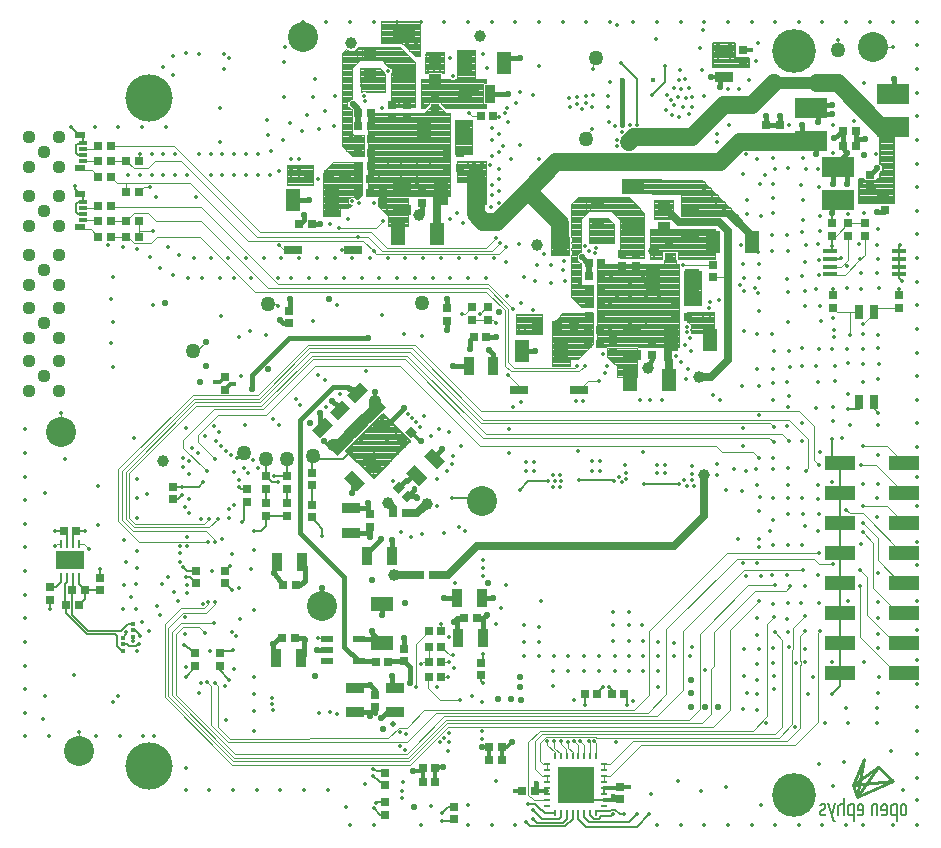
<source format=gbl>
G75*
%MOIN*%
%OFA0B0*%
%FSLAX25Y25*%
%IPPOS*%
%LPD*%
%AMOC8*
5,1,8,0,0,1.08239X$1,22.5*
%
%ADD10C,0.04409*%
%ADD11R,0.02700X0.03000*%
%ADD12R,0.03000X0.02700*%
%ADD13R,0.03800X0.06000*%
%ADD14R,0.04800X0.07400*%
%ADD15R,0.07400X0.04800*%
%ADD16R,0.04200X0.03500*%
%ADD17R,0.03500X0.04200*%
%ADD18C,0.15748*%
%ADD19R,0.06299X0.02992*%
%ADD20R,0.11000X0.06500*%
%ADD21R,0.06000X0.03800*%
%ADD22C,0.05000*%
%ADD23C,0.10000*%
%ADD24R,0.10000X0.05000*%
%ADD25R,0.03937X0.02165*%
%ADD26C,0.14600*%
%ADD27R,0.04724X0.01378*%
%ADD28R,0.12205X0.12205*%
%ADD29R,0.00984X0.02362*%
%ADD30R,0.02362X0.00984*%
%ADD31R,0.02992X0.05000*%
%ADD32R,0.03150X0.01181*%
%ADD33R,0.03543X0.02362*%
%ADD34R,0.01700X0.01700*%
%ADD35R,0.00984X0.02756*%
%ADD36R,0.09370X0.06496*%
%ADD37C,0.01083*%
%ADD38C,0.00709*%
%ADD39C,0.01387*%
%ADD40C,0.01781*%
%ADD41C,0.00394*%
%ADD42C,0.02205*%
%ADD43C,0.01575*%
%ADD44C,0.00787*%
%ADD45C,0.01181*%
%ADD46C,0.00354*%
%ADD47C,0.03858*%
%ADD48C,0.02756*%
%ADD49C,0.00433*%
%ADD50C,0.00350*%
%ADD51C,0.05906*%
%ADD52C,0.03937*%
%ADD53C,0.01969*%
%ADD54C,0.01600*%
%ADD55C,0.01978*%
%ADD56C,0.00591*%
%ADD57C,0.00800*%
%ADD58C,0.00748*%
D10*
X0053283Y0191079D03*
X0058283Y0196079D03*
X0063283Y0191079D03*
X0063283Y0201079D03*
X0063283Y0208795D03*
X0058283Y0213795D03*
X0053283Y0208795D03*
X0053283Y0201079D03*
X0053283Y0218795D03*
X0053283Y0226512D03*
X0058283Y0231512D03*
X0053283Y0236512D03*
X0063283Y0236512D03*
X0063283Y0246197D03*
X0058283Y0251197D03*
X0053283Y0246197D03*
X0053283Y0256197D03*
X0063283Y0256197D03*
X0063283Y0265882D03*
X0058283Y0270882D03*
X0053283Y0275882D03*
X0053283Y0265882D03*
X0063283Y0275882D03*
X0063283Y0226512D03*
X0063283Y0218795D03*
D11*
X0076262Y0242535D03*
X0080462Y0242535D03*
X0080462Y0247654D03*
X0076262Y0247654D03*
X0076262Y0252772D03*
X0080462Y0252772D03*
X0085711Y0257496D03*
X0089911Y0257496D03*
X0080462Y0262614D03*
X0076262Y0262614D03*
X0076262Y0267732D03*
X0080462Y0267732D03*
X0085711Y0267732D03*
X0089911Y0267732D03*
X0080462Y0272850D03*
X0076262Y0272850D03*
X0085711Y0247654D03*
X0089911Y0247654D03*
X0089911Y0242535D03*
X0085711Y0242535D03*
X0143349Y0246787D03*
X0147549Y0246787D03*
X0162876Y0257299D03*
X0167076Y0257299D03*
X0167076Y0261827D03*
X0162876Y0261827D03*
X0163059Y0266256D03*
X0167259Y0266256D03*
X0167266Y0270581D03*
X0163066Y0270581D03*
X0163073Y0275016D03*
X0167273Y0275016D03*
X0167273Y0279346D03*
X0163073Y0279346D03*
X0163073Y0283677D03*
X0167273Y0283677D03*
X0192601Y0270488D03*
X0196801Y0270488D03*
X0196801Y0265567D03*
X0192601Y0265567D03*
X0203821Y0282693D03*
X0208021Y0282693D03*
X0239845Y0233874D03*
X0244045Y0233874D03*
X0244045Y0229543D03*
X0239845Y0229543D03*
X0239845Y0225016D03*
X0244045Y0225016D03*
X0244045Y0220685D03*
X0239845Y0220685D03*
X0239845Y0216157D03*
X0244045Y0216157D03*
X0243651Y0211433D03*
X0239451Y0211433D03*
X0239451Y0206906D03*
X0243651Y0206906D03*
X0268585Y0215961D03*
X0272785Y0215961D03*
X0272785Y0220882D03*
X0268585Y0220882D03*
X0205659Y0209071D03*
X0201459Y0209071D03*
G36*
X0178620Y0177591D02*
X0180529Y0179500D01*
X0182650Y0177379D01*
X0180741Y0175470D01*
X0178620Y0177591D01*
G37*
G36*
X0175650Y0174621D02*
X0177559Y0176530D01*
X0179680Y0174409D01*
X0177771Y0172500D01*
X0175650Y0174621D01*
G37*
G36*
X0176590Y0160996D02*
X0178499Y0159087D01*
X0176378Y0156966D01*
X0174469Y0158875D01*
X0176590Y0160996D01*
G37*
G36*
X0179559Y0158026D02*
X0181468Y0156117D01*
X0179347Y0153996D01*
X0177438Y0155905D01*
X0179559Y0158026D01*
G37*
X0178887Y0150409D03*
X0174687Y0150409D03*
X0183743Y0129937D03*
X0187943Y0129937D03*
X0198309Y0115370D03*
X0202509Y0115370D03*
X0190698Y0111039D03*
X0186498Y0111039D03*
X0186498Y0105921D03*
X0190698Y0105921D03*
X0190698Y0100803D03*
X0186498Y0100803D03*
X0186498Y0095685D03*
X0190698Y0095685D03*
X0172982Y0100803D03*
X0168782Y0100803D03*
X0141880Y0108677D03*
X0137680Y0108677D03*
X0138073Y0126394D03*
X0142273Y0126394D03*
X0071801Y0124819D03*
X0067601Y0124819D03*
X0065632Y0119701D03*
X0069832Y0119701D03*
X0069045Y0144504D03*
X0064845Y0144504D03*
X0184530Y0065370D03*
X0188730Y0065370D03*
X0188730Y0060646D03*
X0184530Y0060646D03*
X0206577Y0068126D03*
X0210777Y0068126D03*
X0210777Y0072457D03*
X0206577Y0072457D03*
X0217601Y0057890D03*
X0221801Y0057890D03*
X0238467Y0090173D03*
X0242667Y0090173D03*
X0247522Y0090173D03*
X0251722Y0090173D03*
X0324687Y0272850D03*
X0328887Y0272850D03*
X0328887Y0277969D03*
X0324687Y0277969D03*
D12*
X0333737Y0263271D03*
X0333737Y0259071D03*
X0338735Y0255528D03*
X0338735Y0251328D03*
X0331906Y0246998D03*
X0331906Y0242798D03*
X0326394Y0242798D03*
X0326394Y0246998D03*
X0320882Y0246998D03*
X0320882Y0242798D03*
X0321276Y0222982D03*
X0321276Y0218782D03*
X0343323Y0218782D03*
X0343323Y0222982D03*
X0281118Y0229018D03*
X0281118Y0233218D03*
X0266748Y0235711D03*
X0266748Y0239911D03*
X0255724Y0236958D03*
X0255724Y0232758D03*
X0250803Y0232758D03*
X0250803Y0236958D03*
X0248047Y0208218D03*
X0248047Y0204018D03*
X0260843Y0203231D03*
X0260843Y0207431D03*
X0206315Y0214845D03*
X0206315Y0219045D03*
X0200803Y0219045D03*
X0200803Y0214845D03*
X0192535Y0214451D03*
X0192535Y0218651D03*
X0184359Y0253718D03*
X0184359Y0257918D03*
X0171381Y0258519D03*
X0171381Y0254319D03*
X0174125Y0282175D03*
X0179150Y0282168D03*
X0179150Y0286368D03*
X0174125Y0286375D03*
X0188591Y0285411D03*
X0188591Y0289611D03*
X0139780Y0217864D03*
X0139780Y0213664D03*
X0118520Y0195817D03*
X0118520Y0191617D03*
X0132299Y0162746D03*
X0139386Y0162746D03*
X0139386Y0158546D03*
X0139386Y0153691D03*
X0139386Y0149491D03*
X0132299Y0149491D03*
X0132299Y0153691D03*
X0132299Y0158546D03*
X0126000Y0158415D03*
X0126000Y0154215D03*
X0147654Y0153297D03*
X0147654Y0149097D03*
X0147654Y0159727D03*
X0147654Y0163927D03*
X0166945Y0150147D03*
X0166945Y0145947D03*
X0118520Y0131250D03*
X0118520Y0127050D03*
X0109071Y0127050D03*
X0109071Y0131250D03*
X0101197Y0155002D03*
X0101197Y0159202D03*
X0076787Y0128887D03*
X0076787Y0124687D03*
X0060252Y0125738D03*
X0060252Y0121538D03*
X0108677Y0103691D03*
X0116945Y0103691D03*
X0116945Y0099491D03*
X0108677Y0099491D03*
X0168520Y0089911D03*
X0168520Y0085711D03*
X0178362Y0101065D03*
X0178362Y0105265D03*
X0203953Y0100541D03*
X0203953Y0096341D03*
X0172063Y0063927D03*
X0172063Y0059727D03*
X0172063Y0054084D03*
X0172063Y0049884D03*
X0194898Y0048309D03*
X0194898Y0052509D03*
X0250409Y0055002D03*
X0250409Y0059202D03*
X0298835Y0275475D03*
X0303559Y0275475D03*
X0303559Y0279675D03*
X0298835Y0279675D03*
X0291354Y0300672D03*
X0291354Y0304872D03*
D13*
X0207027Y0290195D03*
X0198827Y0290195D03*
X0199853Y0199622D03*
X0208053Y0199622D03*
G36*
X0184884Y0169440D02*
X0187571Y0172127D01*
X0191812Y0167886D01*
X0189125Y0165199D01*
X0184884Y0169440D01*
G37*
G36*
X0179086Y0163642D02*
X0181773Y0166329D01*
X0186014Y0162088D01*
X0183327Y0159401D01*
X0179086Y0163642D01*
G37*
G36*
X0170946Y0166311D02*
X0168259Y0163624D01*
X0164018Y0167865D01*
X0166705Y0170552D01*
X0170946Y0166311D01*
G37*
G36*
X0165148Y0160513D02*
X0162461Y0157826D01*
X0158220Y0162067D01*
X0160907Y0164754D01*
X0165148Y0160513D01*
G37*
G36*
X0157629Y0176565D02*
X0160316Y0173878D01*
X0156075Y0169637D01*
X0153388Y0172324D01*
X0157629Y0176565D01*
G37*
G36*
X0163534Y0182470D02*
X0166221Y0179783D01*
X0161980Y0175542D01*
X0159293Y0178229D01*
X0163534Y0182470D01*
G37*
G36*
X0169440Y0188376D02*
X0172127Y0185689D01*
X0167886Y0181448D01*
X0165199Y0184135D01*
X0169440Y0188376D01*
G37*
G36*
X0163642Y0194174D02*
X0166329Y0191487D01*
X0162088Y0187246D01*
X0159401Y0189933D01*
X0163642Y0194174D01*
G37*
G36*
X0157736Y0188269D02*
X0160423Y0185582D01*
X0156182Y0181341D01*
X0153495Y0184028D01*
X0157736Y0188269D01*
G37*
G36*
X0151831Y0182363D02*
X0154518Y0179676D01*
X0150277Y0175435D01*
X0147590Y0178122D01*
X0151831Y0182363D01*
G37*
X0165994Y0136236D03*
X0174194Y0136236D03*
X0195916Y0122063D03*
X0204116Y0122063D03*
X0204509Y0108677D03*
X0196309Y0108677D03*
X0143880Y0101984D03*
X0135680Y0101984D03*
X0136073Y0134268D03*
X0144273Y0134268D03*
D14*
X0217728Y0204346D03*
X0230728Y0204346D03*
X0253752Y0194701D03*
X0266752Y0194701D03*
X0267138Y0208283D03*
X0280138Y0208283D03*
X0274429Y0228165D03*
X0261429Y0228165D03*
X0281311Y0240764D03*
X0294311Y0240764D03*
X0211634Y0300409D03*
X0198634Y0300409D03*
X0198051Y0277969D03*
X0185051Y0277969D03*
X0190760Y0256906D03*
X0203760Y0256906D03*
X0189193Y0243323D03*
X0176193Y0243323D03*
X0154146Y0254833D03*
X0141146Y0254833D03*
D15*
X0178165Y0297453D03*
X0178165Y0310453D03*
X0254543Y0259469D03*
X0254543Y0246469D03*
X0170882Y0120295D03*
X0170882Y0107295D03*
D16*
X0242929Y0246813D03*
X0242929Y0253613D03*
X0264780Y0252628D03*
X0264780Y0245828D03*
X0188598Y0295041D03*
X0188598Y0301841D03*
X0166846Y0303602D03*
X0166846Y0296802D03*
D17*
X0153310Y0262904D03*
X0146510Y0262904D03*
X0222600Y0212614D03*
X0229400Y0212614D03*
D18*
X0093323Y0066157D03*
X0093323Y0288795D03*
D19*
X0141354Y0238205D03*
X0161354Y0238205D03*
X0216551Y0191551D03*
X0236551Y0191551D03*
D20*
X0322850Y0254752D03*
X0322850Y0265752D03*
X0313795Y0274437D03*
X0313795Y0285437D03*
X0341354Y0290161D03*
X0341354Y0279161D03*
D21*
X0285055Y0295916D03*
X0285055Y0304116D03*
X0273638Y0251557D03*
X0273638Y0243357D03*
X0254346Y0211202D03*
X0254346Y0203002D03*
X0177575Y0251624D03*
X0177575Y0259824D03*
X0160646Y0152147D03*
X0160646Y0143947D03*
X0161827Y0092305D03*
X0161827Y0084105D03*
X0175213Y0084105D03*
X0175213Y0092305D03*
D22*
X0139386Y0168520D03*
X0132299Y0168520D03*
X0124819Y0170488D03*
X0148047Y0169307D03*
X0107890Y0204346D03*
X0133087Y0220094D03*
X0184268Y0220488D03*
X0238992Y0275213D03*
X0242142Y0301984D03*
X0288205Y0272063D03*
X0326000Y0290961D03*
X0322850Y0304740D03*
D23*
X0334661Y0305921D03*
X0144504Y0309071D03*
X0063795Y0177575D03*
X0150803Y0119307D03*
X0204346Y0154346D03*
X0070094Y0071276D03*
D24*
X0323638Y0097260D03*
X0323638Y0107260D03*
X0323638Y0117260D03*
X0323638Y0127260D03*
X0323638Y0137260D03*
X0323638Y0147260D03*
X0323638Y0157260D03*
X0323638Y0167260D03*
X0344898Y0167260D03*
X0344898Y0157260D03*
X0344898Y0147260D03*
X0344898Y0137260D03*
X0344898Y0127260D03*
X0344898Y0117260D03*
X0344898Y0107260D03*
X0344898Y0097260D03*
D25*
X0163205Y0101000D03*
X0163205Y0108480D03*
X0152575Y0108480D03*
X0152575Y0104740D03*
X0152575Y0101000D03*
D26*
X0308157Y0056331D03*
X0308157Y0304331D03*
D27*
X0320390Y0237713D03*
X0320390Y0235154D03*
X0320390Y0232594D03*
X0320390Y0230035D03*
X0343421Y0230035D03*
X0343421Y0232594D03*
X0343421Y0235154D03*
X0343421Y0237713D03*
D28*
X0235449Y0059858D03*
D29*
X0236433Y0050409D03*
X0234465Y0050409D03*
X0232496Y0050409D03*
X0230528Y0050409D03*
X0228559Y0050409D03*
X0238402Y0050409D03*
X0240370Y0050409D03*
X0242339Y0050409D03*
X0242339Y0069307D03*
X0240370Y0069307D03*
X0238402Y0069307D03*
X0236433Y0069307D03*
X0234465Y0069307D03*
X0232496Y0069307D03*
X0230528Y0069307D03*
X0228559Y0069307D03*
D30*
X0226000Y0066748D03*
X0226000Y0064780D03*
X0226000Y0062811D03*
X0226000Y0060843D03*
X0226000Y0058874D03*
X0226000Y0056906D03*
X0226000Y0054937D03*
X0226000Y0052969D03*
X0244898Y0052969D03*
X0244898Y0054937D03*
X0244898Y0056906D03*
X0244898Y0058874D03*
X0244898Y0060843D03*
X0244898Y0062811D03*
X0244898Y0064780D03*
X0244898Y0066748D03*
D31*
X0329799Y0187378D03*
X0334799Y0187378D03*
X0334799Y0217378D03*
X0329799Y0217378D03*
D32*
X0071276Y0248244D03*
X0071276Y0250213D03*
X0071276Y0252181D03*
X0071276Y0254150D03*
X0071276Y0267929D03*
X0071276Y0269898D03*
X0071276Y0271866D03*
X0071276Y0273835D03*
D33*
X0070291Y0276394D03*
X0070291Y0265370D03*
X0070291Y0256709D03*
X0070291Y0245685D03*
D34*
X0087811Y0113633D03*
X0087811Y0111433D03*
X0087811Y0109233D03*
X0084661Y0108909D03*
X0084661Y0106709D03*
X0084661Y0104509D03*
D35*
X0069898Y0129150D03*
X0067929Y0129150D03*
X0065961Y0129150D03*
X0063992Y0129150D03*
X0063992Y0140173D03*
X0065961Y0140173D03*
X0067929Y0140173D03*
X0069898Y0140173D03*
D36*
X0066945Y0134661D03*
D37*
X0327969Y0059858D02*
X0329150Y0055921D01*
X0336236Y0065764D01*
X0341354Y0061039D01*
X0327969Y0059858D01*
X0336236Y0065764D01*
X0331512Y0068520D02*
X0327969Y0059858D01*
X0329150Y0055921D02*
X0331512Y0068520D01*
X0341354Y0061039D02*
X0329150Y0055921D01*
D38*
X0328205Y0053323D02*
X0327024Y0053323D01*
X0326973Y0053321D01*
X0326923Y0053316D01*
X0326873Y0053307D01*
X0326824Y0053294D01*
X0326776Y0053278D01*
X0326729Y0053259D01*
X0326684Y0053236D01*
X0326641Y0053210D01*
X0326599Y0053182D01*
X0326560Y0053150D01*
X0326523Y0053115D01*
X0326488Y0053078D01*
X0326456Y0053039D01*
X0326428Y0052997D01*
X0326402Y0052954D01*
X0326379Y0052909D01*
X0326360Y0052862D01*
X0326344Y0052814D01*
X0326331Y0052765D01*
X0326322Y0052715D01*
X0326317Y0052665D01*
X0326315Y0052614D01*
X0326315Y0050567D01*
X0326317Y0050516D01*
X0326322Y0050466D01*
X0326331Y0050416D01*
X0326344Y0050367D01*
X0326360Y0050319D01*
X0326379Y0050272D01*
X0326402Y0050227D01*
X0326428Y0050184D01*
X0326456Y0050142D01*
X0326488Y0050103D01*
X0326523Y0050066D01*
X0326560Y0050031D01*
X0326599Y0049999D01*
X0326641Y0049971D01*
X0326684Y0049945D01*
X0326729Y0049922D01*
X0326776Y0049903D01*
X0326824Y0049887D01*
X0326873Y0049874D01*
X0326923Y0049865D01*
X0326973Y0049860D01*
X0327024Y0049858D01*
X0328205Y0049858D01*
X0328205Y0053323D01*
X0329465Y0052535D02*
X0329465Y0051591D01*
X0331118Y0051591D01*
X0331354Y0052614D02*
X0331354Y0050567D01*
X0331355Y0050567D02*
X0331353Y0050516D01*
X0331348Y0050466D01*
X0331339Y0050416D01*
X0331326Y0050367D01*
X0331310Y0050319D01*
X0331291Y0050272D01*
X0331268Y0050227D01*
X0331242Y0050184D01*
X0331214Y0050142D01*
X0331182Y0050103D01*
X0331147Y0050066D01*
X0331110Y0050031D01*
X0331071Y0049999D01*
X0331029Y0049971D01*
X0330986Y0049945D01*
X0330941Y0049922D01*
X0330894Y0049903D01*
X0330846Y0049887D01*
X0330797Y0049874D01*
X0330747Y0049865D01*
X0330697Y0049860D01*
X0330646Y0049858D01*
X0329937Y0049858D01*
X0329906Y0049860D01*
X0329876Y0049865D01*
X0329846Y0049873D01*
X0329817Y0049885D01*
X0329790Y0049900D01*
X0329765Y0049918D01*
X0329742Y0049939D01*
X0329721Y0049962D01*
X0329703Y0049987D01*
X0329688Y0050014D01*
X0329676Y0050043D01*
X0329668Y0050073D01*
X0329663Y0050103D01*
X0329661Y0050134D01*
X0328205Y0049819D02*
X0328205Y0047772D01*
X0324898Y0049898D02*
X0324898Y0055488D01*
X0324622Y0053323D02*
X0323717Y0053323D01*
X0323666Y0053321D01*
X0323616Y0053316D01*
X0323566Y0053307D01*
X0323517Y0053294D01*
X0323469Y0053278D01*
X0323422Y0053259D01*
X0323377Y0053236D01*
X0323334Y0053210D01*
X0323292Y0053182D01*
X0323253Y0053150D01*
X0323216Y0053115D01*
X0323181Y0053078D01*
X0323149Y0053039D01*
X0323121Y0052997D01*
X0323095Y0052954D01*
X0323072Y0052909D01*
X0323053Y0052862D01*
X0323037Y0052814D01*
X0323024Y0052765D01*
X0323015Y0052715D01*
X0323010Y0052665D01*
X0323008Y0052614D01*
X0322969Y0049858D01*
X0320803Y0049898D02*
X0322102Y0053677D01*
X0319583Y0053677D02*
X0321236Y0048362D01*
X0321276Y0048283D02*
X0321551Y0047890D01*
X0321906Y0047811D01*
X0322102Y0047811D01*
X0318677Y0050055D02*
X0318677Y0050134D01*
X0318677Y0050055D02*
X0318598Y0049937D01*
X0318402Y0049819D01*
X0318244Y0049740D01*
X0318205Y0049740D02*
X0317732Y0049740D01*
X0317681Y0049742D01*
X0317631Y0049747D01*
X0317581Y0049756D01*
X0317532Y0049769D01*
X0317484Y0049785D01*
X0317437Y0049804D01*
X0317392Y0049827D01*
X0317349Y0049853D01*
X0317307Y0049881D01*
X0317268Y0049913D01*
X0317231Y0049948D01*
X0317196Y0049985D01*
X0317164Y0050024D01*
X0317136Y0050066D01*
X0317110Y0050109D01*
X0317087Y0050154D01*
X0317068Y0050201D01*
X0317052Y0050249D01*
X0317039Y0050298D01*
X0317030Y0050348D01*
X0317025Y0050398D01*
X0317023Y0050449D01*
X0317024Y0050488D02*
X0317024Y0050685D01*
X0317063Y0050882D01*
X0317417Y0051236D01*
X0318047Y0051709D01*
X0317929Y0051630D02*
X0318559Y0052102D01*
X0318717Y0052339D01*
X0318756Y0052535D01*
X0318756Y0052732D01*
X0318756Y0052772D02*
X0318754Y0052823D01*
X0318749Y0052873D01*
X0318740Y0052923D01*
X0318727Y0052972D01*
X0318711Y0053020D01*
X0318692Y0053067D01*
X0318669Y0053112D01*
X0318643Y0053155D01*
X0318615Y0053197D01*
X0318583Y0053236D01*
X0318548Y0053273D01*
X0318511Y0053308D01*
X0318472Y0053340D01*
X0318430Y0053368D01*
X0318387Y0053394D01*
X0318342Y0053417D01*
X0318295Y0053436D01*
X0318247Y0053452D01*
X0318198Y0053465D01*
X0318148Y0053474D01*
X0318098Y0053479D01*
X0318047Y0053481D01*
X0318047Y0053480D02*
X0317575Y0053480D01*
X0317535Y0053480D02*
X0317378Y0053402D01*
X0317181Y0053283D01*
X0317102Y0053165D01*
X0317102Y0053087D01*
X0330173Y0053323D02*
X0330646Y0053323D01*
X0330697Y0053321D01*
X0330747Y0053316D01*
X0330797Y0053307D01*
X0330846Y0053294D01*
X0330894Y0053278D01*
X0330941Y0053259D01*
X0330986Y0053236D01*
X0331029Y0053210D01*
X0331071Y0053182D01*
X0331110Y0053150D01*
X0331147Y0053115D01*
X0331182Y0053078D01*
X0331214Y0053039D01*
X0331242Y0052997D01*
X0331268Y0052954D01*
X0331291Y0052909D01*
X0331310Y0052862D01*
X0331326Y0052814D01*
X0331339Y0052765D01*
X0331348Y0052715D01*
X0331353Y0052665D01*
X0331355Y0052614D01*
X0330173Y0053323D02*
X0330122Y0053321D01*
X0330072Y0053316D01*
X0330022Y0053307D01*
X0329973Y0053294D01*
X0329925Y0053278D01*
X0329878Y0053259D01*
X0329833Y0053236D01*
X0329790Y0053210D01*
X0329748Y0053182D01*
X0329709Y0053150D01*
X0329672Y0053115D01*
X0329637Y0053078D01*
X0329605Y0053039D01*
X0329577Y0052997D01*
X0329551Y0052954D01*
X0329528Y0052909D01*
X0329509Y0052862D01*
X0329493Y0052814D01*
X0329480Y0052765D01*
X0329471Y0052715D01*
X0329466Y0052665D01*
X0329464Y0052614D01*
X0334189Y0052614D02*
X0334189Y0049858D01*
X0336079Y0049858D02*
X0336079Y0053323D01*
X0334898Y0053323D01*
X0334847Y0053321D01*
X0334797Y0053316D01*
X0334747Y0053307D01*
X0334698Y0053294D01*
X0334650Y0053278D01*
X0334603Y0053259D01*
X0334558Y0053236D01*
X0334515Y0053210D01*
X0334473Y0053182D01*
X0334434Y0053150D01*
X0334397Y0053115D01*
X0334362Y0053078D01*
X0334330Y0053039D01*
X0334302Y0052997D01*
X0334276Y0052954D01*
X0334253Y0052909D01*
X0334234Y0052862D01*
X0334218Y0052814D01*
X0334205Y0052765D01*
X0334196Y0052715D01*
X0334191Y0052665D01*
X0334189Y0052614D01*
X0337417Y0052535D02*
X0337417Y0051591D01*
X0339071Y0051591D01*
X0339307Y0052614D02*
X0339307Y0050567D01*
X0339305Y0050516D01*
X0339300Y0050466D01*
X0339291Y0050416D01*
X0339278Y0050367D01*
X0339262Y0050319D01*
X0339243Y0050272D01*
X0339220Y0050227D01*
X0339194Y0050184D01*
X0339166Y0050142D01*
X0339134Y0050103D01*
X0339099Y0050066D01*
X0339062Y0050031D01*
X0339023Y0049999D01*
X0338981Y0049971D01*
X0338938Y0049945D01*
X0338893Y0049922D01*
X0338846Y0049903D01*
X0338798Y0049887D01*
X0338749Y0049874D01*
X0338699Y0049865D01*
X0338649Y0049860D01*
X0338598Y0049858D01*
X0337890Y0049858D01*
X0337859Y0049860D01*
X0337829Y0049865D01*
X0337799Y0049873D01*
X0337770Y0049885D01*
X0337743Y0049900D01*
X0337718Y0049918D01*
X0337695Y0049939D01*
X0337674Y0049962D01*
X0337656Y0049987D01*
X0337641Y0050014D01*
X0337629Y0050043D01*
X0337621Y0050073D01*
X0337616Y0050103D01*
X0337614Y0050134D01*
X0337417Y0052614D02*
X0337419Y0052665D01*
X0337424Y0052715D01*
X0337433Y0052765D01*
X0337446Y0052814D01*
X0337462Y0052862D01*
X0337481Y0052909D01*
X0337504Y0052954D01*
X0337530Y0052997D01*
X0337558Y0053039D01*
X0337590Y0053078D01*
X0337625Y0053115D01*
X0337662Y0053150D01*
X0337701Y0053182D01*
X0337743Y0053210D01*
X0337786Y0053236D01*
X0337831Y0053259D01*
X0337878Y0053278D01*
X0337926Y0053294D01*
X0337975Y0053307D01*
X0338025Y0053316D01*
X0338075Y0053321D01*
X0338126Y0053323D01*
X0338598Y0053323D01*
X0338649Y0053321D01*
X0338699Y0053316D01*
X0338749Y0053307D01*
X0338798Y0053294D01*
X0338846Y0053278D01*
X0338893Y0053259D01*
X0338938Y0053236D01*
X0338981Y0053210D01*
X0339023Y0053182D01*
X0339062Y0053150D01*
X0339099Y0053115D01*
X0339134Y0053078D01*
X0339166Y0053039D01*
X0339194Y0052997D01*
X0339220Y0052954D01*
X0339243Y0052909D01*
X0339262Y0052862D01*
X0339278Y0052814D01*
X0339291Y0052765D01*
X0339300Y0052715D01*
X0339305Y0052665D01*
X0339307Y0052614D01*
X0340606Y0052614D02*
X0340606Y0050567D01*
X0340608Y0050516D01*
X0340613Y0050466D01*
X0340622Y0050416D01*
X0340635Y0050367D01*
X0340651Y0050319D01*
X0340670Y0050272D01*
X0340693Y0050227D01*
X0340719Y0050184D01*
X0340747Y0050142D01*
X0340779Y0050103D01*
X0340814Y0050066D01*
X0340851Y0050031D01*
X0340890Y0049999D01*
X0340932Y0049971D01*
X0340975Y0049945D01*
X0341020Y0049922D01*
X0341067Y0049903D01*
X0341115Y0049887D01*
X0341164Y0049874D01*
X0341214Y0049865D01*
X0341264Y0049860D01*
X0341315Y0049858D01*
X0342496Y0049858D01*
X0342496Y0053323D01*
X0341315Y0053323D01*
X0341264Y0053321D01*
X0341214Y0053316D01*
X0341164Y0053307D01*
X0341115Y0053294D01*
X0341067Y0053278D01*
X0341020Y0053259D01*
X0340975Y0053236D01*
X0340932Y0053210D01*
X0340890Y0053182D01*
X0340851Y0053150D01*
X0340814Y0053115D01*
X0340779Y0053078D01*
X0340747Y0053039D01*
X0340719Y0052997D01*
X0340693Y0052954D01*
X0340670Y0052909D01*
X0340651Y0052862D01*
X0340635Y0052814D01*
X0340622Y0052765D01*
X0340613Y0052715D01*
X0340608Y0052665D01*
X0340606Y0052614D01*
X0343795Y0052614D02*
X0343795Y0050567D01*
X0343797Y0050516D01*
X0343802Y0050466D01*
X0343811Y0050416D01*
X0343824Y0050367D01*
X0343840Y0050319D01*
X0343859Y0050272D01*
X0343882Y0050227D01*
X0343908Y0050184D01*
X0343936Y0050142D01*
X0343968Y0050103D01*
X0344003Y0050066D01*
X0344040Y0050031D01*
X0344079Y0049999D01*
X0344121Y0049971D01*
X0344164Y0049945D01*
X0344209Y0049922D01*
X0344256Y0049903D01*
X0344304Y0049887D01*
X0344353Y0049874D01*
X0344403Y0049865D01*
X0344453Y0049860D01*
X0344504Y0049858D01*
X0344976Y0049858D01*
X0345027Y0049860D01*
X0345077Y0049865D01*
X0345127Y0049874D01*
X0345176Y0049887D01*
X0345224Y0049903D01*
X0345271Y0049922D01*
X0345316Y0049945D01*
X0345359Y0049971D01*
X0345401Y0049999D01*
X0345440Y0050031D01*
X0345477Y0050066D01*
X0345512Y0050103D01*
X0345544Y0050142D01*
X0345572Y0050184D01*
X0345598Y0050227D01*
X0345621Y0050272D01*
X0345640Y0050319D01*
X0345656Y0050367D01*
X0345669Y0050416D01*
X0345678Y0050466D01*
X0345683Y0050516D01*
X0345685Y0050567D01*
X0345685Y0052614D01*
X0345683Y0052665D01*
X0345678Y0052715D01*
X0345669Y0052765D01*
X0345656Y0052814D01*
X0345640Y0052862D01*
X0345621Y0052909D01*
X0345598Y0052954D01*
X0345572Y0052997D01*
X0345544Y0053039D01*
X0345512Y0053078D01*
X0345477Y0053115D01*
X0345440Y0053150D01*
X0345401Y0053182D01*
X0345359Y0053210D01*
X0345316Y0053236D01*
X0345271Y0053259D01*
X0345224Y0053278D01*
X0345176Y0053294D01*
X0345127Y0053307D01*
X0345077Y0053316D01*
X0345027Y0053321D01*
X0344976Y0053323D01*
X0344504Y0053323D01*
X0344453Y0053321D01*
X0344403Y0053316D01*
X0344353Y0053307D01*
X0344304Y0053294D01*
X0344256Y0053278D01*
X0344209Y0053259D01*
X0344164Y0053236D01*
X0344121Y0053210D01*
X0344079Y0053182D01*
X0344040Y0053150D01*
X0344003Y0053115D01*
X0343968Y0053078D01*
X0343936Y0053039D01*
X0343908Y0052997D01*
X0343882Y0052954D01*
X0343859Y0052909D01*
X0343840Y0052862D01*
X0343824Y0052814D01*
X0343811Y0052765D01*
X0343802Y0052715D01*
X0343797Y0052665D01*
X0343795Y0052614D01*
X0342496Y0049819D02*
X0342496Y0047772D01*
D39*
X0341354Y0046472D03*
X0349228Y0046472D03*
X0349228Y0054740D03*
X0344504Y0058283D03*
X0349228Y0062220D03*
X0349228Y0070094D03*
X0340567Y0071276D03*
X0349228Y0077969D03*
X0349228Y0085843D03*
X0335843Y0085449D03*
X0335843Y0080331D03*
X0326394Y0080331D03*
X0325606Y0085449D03*
X0318520Y0080331D03*
X0308677Y0079150D03*
X0298835Y0080331D03*
X0295902Y0084917D03*
X0291354Y0085055D03*
X0292535Y0090567D03*
X0296079Y0090173D03*
X0296079Y0094898D03*
X0291748Y0096079D03*
X0296079Y0100016D03*
X0301413Y0100390D03*
X0301197Y0105528D03*
X0296472Y0105134D03*
X0291748Y0105134D03*
X0296079Y0109858D03*
X0301984Y0110646D03*
X0306315Y0110646D03*
X0305921Y0114976D03*
X0301591Y0115764D03*
X0301197Y0120094D03*
X0296472Y0121276D03*
X0301984Y0126394D03*
X0300803Y0129937D03*
X0297260Y0129543D03*
X0296079Y0133874D03*
X0291354Y0133874D03*
X0292142Y0129543D03*
X0296472Y0138992D03*
X0296472Y0141748D03*
X0300425Y0144519D03*
X0301197Y0148047D03*
X0306315Y0150016D03*
X0311433Y0150016D03*
X0311827Y0146079D03*
X0316157Y0144504D03*
X0311039Y0139780D03*
X0306315Y0139780D03*
X0301197Y0139780D03*
X0289767Y0141748D03*
X0296472Y0151197D03*
X0296866Y0155921D03*
X0296079Y0159858D03*
X0295685Y0164976D03*
X0292142Y0164583D03*
X0288205Y0164976D03*
X0296472Y0168913D03*
X0301197Y0168913D03*
X0301197Y0164976D03*
X0306315Y0165370D03*
X0306315Y0159858D03*
X0306315Y0155528D03*
X0311039Y0155528D03*
X0316157Y0155134D03*
X0316551Y0150016D03*
X0325606Y0151591D03*
X0331118Y0152772D03*
X0335843Y0155528D03*
X0336236Y0160252D03*
X0331118Y0160252D03*
X0330724Y0166551D03*
X0336236Y0169701D03*
X0331118Y0172850D03*
X0324425Y0175606D03*
X0321079Y0175213D03*
X0316945Y0170882D03*
X0316551Y0166551D03*
X0312220Y0164583D03*
X0316157Y0159858D03*
X0320882Y0160646D03*
X0331118Y0147260D03*
X0331118Y0144110D03*
X0330724Y0140173D03*
X0330331Y0131512D03*
X0321276Y0133480D03*
X0316551Y0137024D03*
X0316157Y0129937D03*
X0311433Y0131512D03*
X0305921Y0129937D03*
X0307102Y0126000D03*
X0311827Y0126000D03*
X0310646Y0120488D03*
X0306315Y0120488D03*
X0311827Y0116157D03*
X0311827Y0111039D03*
X0316945Y0111039D03*
X0311827Y0105134D03*
X0311827Y0100803D03*
X0309071Y0100409D03*
X0306709Y0105921D03*
X0301591Y0096079D03*
X0301591Y0091748D03*
X0313008Y0090173D03*
X0314583Y0095685D03*
X0320882Y0090173D03*
X0320882Y0100803D03*
X0331512Y0100803D03*
X0336236Y0105528D03*
X0336236Y0110252D03*
X0336236Y0115370D03*
X0336236Y0120882D03*
X0330331Y0126000D03*
X0326394Y0121276D03*
X0316551Y0120488D03*
X0336236Y0130331D03*
X0349228Y0133087D03*
X0349228Y0140961D03*
X0335843Y0149228D03*
X0349228Y0152772D03*
X0349228Y0162614D03*
X0349228Y0172457D03*
X0349228Y0180331D03*
X0349228Y0188205D03*
X0349228Y0196079D03*
X0336236Y0195291D03*
X0336630Y0200016D03*
X0331118Y0200016D03*
X0326394Y0200409D03*
X0322063Y0199622D03*
X0322063Y0194504D03*
X0326394Y0190173D03*
X0331118Y0194110D03*
X0326394Y0185055D03*
X0326787Y0179937D03*
X0321276Y0181118D03*
X0321276Y0185843D03*
X0315764Y0185449D03*
X0311039Y0180331D03*
X0305921Y0179543D03*
X0301591Y0179150D03*
X0301591Y0174031D03*
X0306709Y0174425D03*
X0311039Y0174425D03*
X0306315Y0185843D03*
X0306709Y0189386D03*
X0301197Y0188205D03*
X0296472Y0192929D03*
X0301197Y0193717D03*
X0301197Y0198441D03*
X0296079Y0198441D03*
X0290961Y0192929D03*
X0283480Y0188205D03*
X0281118Y0189780D03*
X0272260Y0195291D03*
X0272850Y0198517D03*
X0270488Y0200803D03*
X0268913Y0202772D03*
X0272063Y0206315D03*
X0274031Y0204346D03*
X0273638Y0208677D03*
X0272457Y0210646D03*
X0272457Y0212614D03*
X0275993Y0216743D03*
X0277772Y0216551D03*
X0280324Y0216349D03*
X0279937Y0218913D03*
X0280331Y0220882D03*
X0283298Y0221487D03*
X0290173Y0226394D03*
X0291748Y0224425D03*
X0295291Y0225606D03*
X0296315Y0223835D03*
X0296472Y0217732D03*
X0291748Y0211039D03*
X0296079Y0210252D03*
X0300803Y0210252D03*
X0301591Y0204346D03*
X0306709Y0204346D03*
X0311039Y0205528D03*
X0316551Y0205134D03*
X0320882Y0205134D03*
X0321669Y0209071D03*
X0321669Y0211433D03*
X0321276Y0215370D03*
X0317339Y0214583D03*
X0316945Y0219307D03*
X0311827Y0219307D03*
X0311827Y0224425D03*
X0315764Y0225213D03*
X0316551Y0229937D03*
X0311827Y0234268D03*
X0316551Y0234661D03*
X0316157Y0240173D03*
X0312220Y0239780D03*
X0311039Y0244110D03*
X0311433Y0248047D03*
X0305921Y0243126D03*
X0301000Y0243126D03*
X0300882Y0237654D03*
X0296276Y0237457D03*
X0296472Y0233480D03*
X0296472Y0228756D03*
X0291748Y0228756D03*
X0291354Y0233480D03*
X0290567Y0239780D03*
X0291748Y0244898D03*
X0288992Y0247654D03*
X0287850Y0248913D03*
X0286433Y0250331D03*
X0285055Y0251630D03*
X0283795Y0252890D03*
X0282417Y0254071D03*
X0281000Y0255606D03*
X0279465Y0256906D03*
X0278165Y0258087D03*
X0291354Y0263402D03*
X0296866Y0260252D03*
X0298441Y0263008D03*
X0301197Y0260252D03*
X0301197Y0255528D03*
X0301197Y0250409D03*
X0297260Y0249622D03*
X0292535Y0250016D03*
X0292535Y0254740D03*
X0301984Y0264976D03*
X0301197Y0268913D03*
X0296079Y0268520D03*
X0292142Y0270094D03*
X0282693Y0274031D03*
X0282693Y0276787D03*
X0286630Y0279937D03*
X0278362Y0289386D03*
X0274425Y0288992D03*
X0272167Y0288887D03*
X0269608Y0289083D03*
X0267245Y0288296D03*
X0265867Y0289772D03*
X0268328Y0292233D03*
X0270493Y0291839D03*
X0273244Y0292142D03*
X0272068Y0294989D03*
X0269804Y0294694D03*
X0270395Y0298139D03*
X0265370Y0299622D03*
X0260946Y0289772D03*
X0268328Y0286328D03*
X0271182Y0285737D03*
X0273244Y0283480D03*
X0274234Y0285934D03*
X0270001Y0282587D03*
X0267737Y0283276D03*
X0265671Y0284950D03*
X0256025Y0279930D03*
X0253559Y0279858D03*
X0250803Y0277575D03*
X0251197Y0274819D03*
X0249228Y0274819D03*
X0249228Y0272850D03*
X0251591Y0272850D03*
X0253165Y0274031D03*
X0254346Y0272850D03*
X0248441Y0279543D03*
X0246472Y0280724D03*
X0246182Y0285639D03*
X0246182Y0289379D03*
X0241261Y0289772D03*
X0238800Y0289379D03*
X0238899Y0287213D03*
X0237718Y0285245D03*
X0236045Y0286721D03*
X0235848Y0289280D03*
X0233289Y0288690D03*
X0233480Y0285843D03*
X0240867Y0285639D03*
X0240961Y0278362D03*
X0223244Y0268520D03*
X0216945Y0273244D03*
X0211433Y0272850D03*
X0209858Y0270882D03*
X0207496Y0269307D03*
X0207102Y0266551D03*
X0204142Y0266743D03*
X0201591Y0266748D03*
X0199622Y0266551D03*
X0200205Y0263396D03*
X0198237Y0263396D03*
X0202371Y0263396D03*
X0204339Y0263396D03*
X0207693Y0259858D03*
X0209858Y0257890D03*
X0207496Y0256315D03*
X0209858Y0253953D03*
X0207299Y0252378D03*
X0209858Y0261827D03*
X0209858Y0264976D03*
X0213795Y0268520D03*
X0207496Y0274819D03*
X0209858Y0276787D03*
X0207496Y0278756D03*
X0210055Y0282505D03*
X0211827Y0283686D03*
X0212614Y0285449D03*
X0215764Y0287024D03*
X0216945Y0290961D03*
X0221276Y0289780D03*
X0223244Y0299622D03*
X0205921Y0298835D03*
X0204740Y0303559D03*
X0193717Y0301984D03*
X0190370Y0298638D03*
X0188402Y0298638D03*
X0186433Y0298638D03*
X0182299Y0303953D03*
X0180724Y0305528D03*
X0179150Y0307102D03*
X0182299Y0307102D03*
X0183874Y0314189D03*
X0176000Y0314189D03*
X0172260Y0312811D03*
X0168126Y0314189D03*
X0160252Y0314189D03*
X0152378Y0314189D03*
X0144504Y0314189D03*
X0138598Y0305921D03*
X0138205Y0300803D03*
X0148441Y0295291D03*
X0148047Y0288992D03*
X0151984Y0284465D03*
X0155134Y0289386D03*
X0164976Y0289583D03*
X0165173Y0287811D03*
X0165173Y0292339D03*
X0167233Y0292432D03*
X0170801Y0292061D03*
X0176591Y0286630D03*
X0171079Y0285449D03*
X0170094Y0279150D03*
X0172850Y0272850D03*
X0170291Y0270291D03*
X0172850Y0267339D03*
X0177181Y0267339D03*
X0177181Y0263008D03*
X0182693Y0263008D03*
X0182693Y0260252D03*
X0182693Y0267339D03*
X0187024Y0267339D03*
X0187024Y0272850D03*
X0182693Y0272850D03*
X0182693Y0277181D03*
X0179937Y0279543D03*
X0177181Y0277181D03*
X0177181Y0272850D03*
X0188598Y0279543D03*
X0184479Y0286418D03*
X0194495Y0296284D03*
X0199819Y0283874D03*
X0212811Y0280724D03*
X0199819Y0272260D03*
X0196079Y0250409D03*
X0193717Y0248441D03*
X0198047Y0247260D03*
X0196472Y0235449D03*
X0190567Y0235449D03*
X0184661Y0235449D03*
X0178756Y0235449D03*
X0172850Y0235449D03*
X0168126Y0237784D03*
X0166945Y0235449D03*
X0161039Y0235449D03*
X0157496Y0238205D03*
X0155134Y0235449D03*
X0149228Y0235449D03*
X0143323Y0235449D03*
X0137417Y0235449D03*
X0136630Y0239780D03*
X0131512Y0235449D03*
X0125606Y0235449D03*
X0119701Y0235449D03*
X0113795Y0235449D03*
X0108283Y0235449D03*
X0103165Y0236630D03*
X0099622Y0238992D03*
X0094504Y0244504D03*
X0089386Y0238598D03*
X0084661Y0238992D03*
X0079543Y0239780D03*
X0081118Y0229150D03*
X0080724Y0221669D03*
X0081118Y0214189D03*
X0080724Y0207102D03*
X0081118Y0199228D03*
X0063795Y0183874D03*
X0051984Y0178362D03*
X0051984Y0170488D03*
X0051984Y0162614D03*
X0058677Y0157102D03*
X0051984Y0154740D03*
X0051984Y0146866D03*
X0051984Y0138992D03*
X0051984Y0131118D03*
X0064189Y0133087D03*
X0064189Y0136236D03*
X0066945Y0134661D03*
X0069701Y0133087D03*
X0069701Y0136236D03*
X0073244Y0138598D03*
X0072063Y0144504D03*
X0076394Y0146472D03*
X0085055Y0141354D03*
X0089386Y0137811D03*
X0085449Y0134268D03*
X0089386Y0132102D03*
X0088992Y0126787D03*
X0085055Y0126394D03*
X0087417Y0122457D03*
X0088992Y0118520D03*
X0084661Y0118520D03*
X0090961Y0114189D03*
X0093158Y0111190D03*
X0090173Y0109465D03*
X0089780Y0106709D03*
X0087811Y0107658D03*
X0089307Y0104307D03*
X0085685Y0110803D03*
X0096866Y0116551D03*
X0096079Y0119337D03*
X0102929Y0121276D03*
X0101591Y0124031D03*
X0105843Y0123835D03*
X0105821Y0126448D03*
X0105613Y0129177D03*
X0104760Y0132353D03*
X0103545Y0134268D03*
X0103559Y0137024D03*
X0103559Y0139386D03*
X0105821Y0139359D03*
X0105907Y0142617D03*
X0113008Y0140961D03*
X0115370Y0140961D03*
X0117732Y0141748D03*
X0120820Y0136657D03*
X0120402Y0132863D03*
X0114189Y0131118D03*
X0120882Y0124677D03*
X0123182Y0125633D03*
X0127119Y0131960D03*
X0128362Y0138205D03*
X0128362Y0144504D03*
X0124374Y0147346D03*
X0119898Y0148835D03*
X0119910Y0151937D03*
X0121607Y0153193D03*
X0116157Y0148441D03*
X0113333Y0148510D03*
X0110646Y0148441D03*
X0106709Y0150409D03*
X0105134Y0152513D03*
X0106709Y0155161D03*
X0104346Y0156315D03*
X0104346Y0159071D03*
X0106709Y0163402D03*
X0104740Y0165764D03*
X0106709Y0167732D03*
X0104740Y0168913D03*
X0107496Y0172063D03*
X0109465Y0170488D03*
X0115370Y0168520D03*
X0118913Y0171276D03*
X0117339Y0172850D03*
X0115764Y0174425D03*
X0116551Y0177575D03*
X0114976Y0179543D03*
X0111827Y0176000D03*
X0105528Y0178756D03*
X0120488Y0169701D03*
X0122457Y0168913D03*
X0124819Y0165370D03*
X0126394Y0163795D03*
X0129543Y0165370D03*
X0127969Y0168126D03*
X0134993Y0162811D03*
X0136236Y0160646D03*
X0123327Y0159017D03*
X0123182Y0161406D03*
X0121669Y0164275D03*
X0112614Y0164398D03*
X0111433Y0160646D03*
X0092535Y0156709D03*
X0089386Y0155528D03*
X0089386Y0161827D03*
X0076394Y0159465D03*
X0065370Y0168520D03*
X0088205Y0175606D03*
X0089386Y0148835D03*
X0076787Y0131906D03*
X0061827Y0139386D03*
X0061827Y0144504D03*
X0051984Y0123244D03*
X0060252Y0118520D03*
X0051984Y0115370D03*
X0051984Y0107496D03*
X0051984Y0099622D03*
X0051984Y0091748D03*
X0058677Y0089386D03*
X0051984Y0083874D03*
X0057890Y0081906D03*
X0059858Y0076000D03*
X0051984Y0076000D03*
X0070094Y0077575D03*
X0075606Y0076000D03*
X0083480Y0076000D03*
X0091354Y0076000D03*
X0094898Y0076000D03*
X0083087Y0089386D03*
X0081118Y0087430D03*
X0068126Y0096472D03*
X0105528Y0095882D03*
X0105724Y0099228D03*
X0110646Y0093717D03*
X0112614Y0094110D03*
X0115130Y0093957D03*
X0118520Y0092929D03*
X0120094Y0094898D03*
X0121669Y0098441D03*
X0121376Y0104910D03*
X0122149Y0109635D03*
X0120813Y0110971D03*
X0123638Y0114976D03*
X0128362Y0118126D03*
X0115357Y0120956D03*
X0113076Y0120951D03*
X0111108Y0120163D03*
X0105331Y0115764D03*
X0112024Y0110616D03*
X0114976Y0113795D03*
X0113552Y0104346D03*
X0104891Y0106315D03*
X0105196Y0110225D03*
X0097654Y0126837D03*
X0099622Y0129150D03*
X0128362Y0095685D03*
X0128165Y0090173D03*
X0134268Y0088795D03*
X0134268Y0086827D03*
X0134661Y0084939D03*
X0128165Y0084465D03*
X0128362Y0077772D03*
X0118913Y0081315D03*
X0109858Y0090370D03*
X0105528Y0065370D03*
X0105528Y0058283D03*
X0113402Y0058283D03*
X0121276Y0058283D03*
X0129150Y0058283D03*
X0137024Y0058283D03*
X0144898Y0058283D03*
X0152772Y0058283D03*
X0159071Y0052378D03*
X0160252Y0046472D03*
X0168126Y0046472D03*
X0168126Y0051984D03*
X0168913Y0053953D03*
X0165370Y0060252D03*
X0167994Y0062924D03*
X0167994Y0065060D03*
X0177969Y0060646D03*
X0177575Y0057890D03*
X0177575Y0055528D03*
X0187417Y0052772D03*
X0190961Y0050409D03*
X0190961Y0047654D03*
X0183874Y0046472D03*
X0199622Y0046472D03*
X0207496Y0046472D03*
X0215370Y0046472D03*
X0218913Y0047416D03*
X0221276Y0048441D03*
X0221276Y0051591D03*
X0219701Y0053559D03*
X0209071Y0061039D03*
X0199622Y0053165D03*
X0192929Y0071276D03*
X0193323Y0074031D03*
X0191748Y0075606D03*
X0190173Y0074031D03*
X0193323Y0077181D03*
X0204346Y0077778D03*
X0204346Y0075213D03*
X0204346Y0087417D03*
X0200803Y0089386D03*
X0196866Y0088205D03*
X0189386Y0092535D03*
X0192929Y0095685D03*
X0194898Y0098835D03*
X0193323Y0100803D03*
X0194504Y0103165D03*
X0193183Y0109071D03*
X0190567Y0113402D03*
X0204740Y0103559D03*
X0209071Y0113402D03*
X0210646Y0118913D03*
X0212220Y0126394D03*
X0204740Y0129543D03*
X0204740Y0132299D03*
X0204740Y0134661D03*
X0198441Y0144504D03*
X0196472Y0145685D03*
X0191748Y0143717D03*
X0184268Y0143323D03*
X0180724Y0142535D03*
X0177181Y0144110D03*
X0189386Y0152772D03*
X0194110Y0155528D03*
X0189347Y0161841D03*
X0192535Y0164583D03*
X0194432Y0166945D03*
X0194504Y0169307D03*
X0197260Y0172850D03*
X0193323Y0177575D03*
X0189780Y0178362D03*
X0187417Y0176000D03*
X0183480Y0179150D03*
X0182299Y0180724D03*
X0180927Y0182097D03*
X0179592Y0183432D03*
X0185055Y0182693D03*
X0175606Y0177575D03*
X0172457Y0174425D03*
X0175803Y0171276D03*
X0171472Y0166945D03*
X0168126Y0170094D03*
X0164583Y0166551D03*
X0160449Y0170882D03*
X0163992Y0174425D03*
X0168126Y0178756D03*
X0171079Y0181709D03*
X0157102Y0190173D03*
X0151984Y0194898D03*
X0149622Y0196472D03*
X0142142Y0188598D03*
X0143717Y0186630D03*
X0152378Y0185830D03*
X0136630Y0179937D03*
X0134661Y0181906D03*
X0125213Y0179937D03*
X0124031Y0196079D03*
X0123244Y0209071D03*
X0126787Y0211039D03*
X0132299Y0209858D03*
X0136236Y0219307D03*
X0136236Y0228756D03*
X0140567Y0228756D03*
X0146472Y0228756D03*
X0152378Y0228756D03*
X0158283Y0228756D03*
X0164189Y0228756D03*
X0170094Y0228756D03*
X0176000Y0228756D03*
X0181906Y0228756D03*
X0187811Y0228756D03*
X0193717Y0228756D03*
X0199622Y0228756D03*
X0205528Y0228756D03*
X0212220Y0234268D03*
X0208283Y0235449D03*
X0212220Y0238992D03*
X0210252Y0240567D03*
X0209071Y0242142D03*
X0216551Y0239976D03*
X0224937Y0236669D03*
X0228165Y0237614D03*
X0229858Y0239071D03*
X0230528Y0237614D03*
X0232890Y0237417D03*
X0232883Y0239578D03*
X0232890Y0241551D03*
X0231197Y0240606D03*
X0231709Y0234465D03*
X0231315Y0231315D03*
X0232102Y0227969D03*
X0227181Y0227181D03*
X0221866Y0227772D03*
X0218126Y0229150D03*
X0222654Y0233087D03*
X0227181Y0233283D03*
X0238756Y0239307D03*
X0240094Y0237929D03*
X0241945Y0237024D03*
X0242142Y0238795D03*
X0243217Y0241251D03*
X0245094Y0241354D03*
X0247966Y0241165D03*
X0253362Y0237220D03*
X0257843Y0229341D03*
X0258874Y0226787D03*
X0259071Y0222654D03*
X0263402Y0222654D03*
X0263205Y0217142D03*
X0259071Y0217142D03*
X0259071Y0213008D03*
X0253559Y0213795D03*
X0253559Y0217142D03*
X0249228Y0217142D03*
X0247063Y0220094D03*
X0249425Y0222654D03*
X0253559Y0222654D03*
X0253559Y0226787D03*
X0247410Y0229459D03*
X0241157Y0241354D03*
X0265835Y0228554D03*
X0271276Y0233283D03*
X0276000Y0222253D03*
X0306315Y0224031D03*
X0305921Y0228362D03*
X0311039Y0229543D03*
X0306315Y0237811D03*
X0316945Y0244504D03*
X0320882Y0239386D03*
X0324031Y0235387D03*
X0326101Y0232841D03*
X0330331Y0235055D03*
X0329937Y0240173D03*
X0335843Y0239780D03*
X0336236Y0235055D03*
X0343717Y0239780D03*
X0349228Y0243323D03*
X0349228Y0251197D03*
X0336236Y0245291D03*
X0331512Y0250409D03*
X0326394Y0250016D03*
X0316945Y0249622D03*
X0311433Y0254740D03*
X0310646Y0259858D03*
X0312220Y0264976D03*
X0316157Y0264976D03*
X0316551Y0259071D03*
X0311433Y0268913D03*
X0306315Y0265370D03*
X0321276Y0270488D03*
X0321276Y0279937D03*
X0328362Y0281118D03*
X0335449Y0270094D03*
X0349228Y0266945D03*
X0349228Y0274819D03*
X0349228Y0282693D03*
X0349228Y0290567D03*
X0349228Y0298441D03*
X0349228Y0306315D03*
X0341354Y0305921D03*
X0341354Y0314189D03*
X0349228Y0314189D03*
X0333480Y0314189D03*
X0325606Y0314189D03*
X0317732Y0314189D03*
X0322850Y0308283D03*
X0309858Y0314189D03*
X0301984Y0314189D03*
X0294110Y0314189D03*
X0296197Y0307299D03*
X0295685Y0301197D03*
X0293323Y0294898D03*
X0289780Y0291748D03*
X0286236Y0291748D03*
X0277732Y0298008D03*
X0282993Y0302469D03*
X0284962Y0304438D03*
X0286930Y0306406D03*
X0282993Y0306406D03*
X0286930Y0302469D03*
X0276787Y0305528D03*
X0277969Y0311433D03*
X0278362Y0314189D03*
X0270488Y0314189D03*
X0262614Y0314189D03*
X0262257Y0308320D03*
X0254740Y0314189D03*
X0249228Y0313008D03*
X0246866Y0314189D03*
X0238992Y0314189D03*
X0231118Y0314189D03*
X0223244Y0314189D03*
X0215370Y0314189D03*
X0207496Y0314189D03*
X0199622Y0314189D03*
X0191748Y0314189D03*
X0172850Y0297850D03*
X0154937Y0279346D03*
X0150016Y0278362D03*
X0144307Y0277969D03*
X0140370Y0280528D03*
X0145882Y0283087D03*
X0138205Y0288992D03*
X0132693Y0281512D03*
X0133087Y0276394D03*
X0137811Y0274819D03*
X0133874Y0271276D03*
X0129543Y0270094D03*
X0125606Y0270094D03*
X0121669Y0270094D03*
X0117732Y0270094D03*
X0113795Y0270094D03*
X0109858Y0270094D03*
X0116945Y0274031D03*
X0117732Y0263008D03*
X0113795Y0263008D03*
X0121669Y0263008D03*
X0125606Y0263008D03*
X0129543Y0263008D03*
X0133480Y0263008D03*
X0136630Y0264583D03*
X0140567Y0264976D03*
X0140567Y0262220D03*
X0143323Y0262220D03*
X0143323Y0264976D03*
X0143323Y0268520D03*
X0140567Y0268520D03*
X0149622Y0261827D03*
X0161039Y0254543D03*
X0163167Y0253794D03*
X0168126Y0253953D03*
X0172457Y0251984D03*
X0171268Y0247656D03*
X0163008Y0242535D03*
X0156709Y0245481D03*
X0153559Y0246866D03*
X0159465Y0248441D03*
X0170094Y0262220D03*
X0202378Y0235449D03*
X0212614Y0222850D03*
X0214583Y0218520D03*
X0217339Y0220488D03*
X0221276Y0218126D03*
X0218913Y0215173D03*
X0216748Y0215173D03*
X0216748Y0212024D03*
X0218717Y0212024D03*
X0209071Y0213795D03*
X0203559Y0216945D03*
X0197654Y0216945D03*
X0184268Y0220488D03*
X0184268Y0209465D03*
X0178362Y0210252D03*
X0170882Y0216551D03*
X0155921Y0219701D03*
X0148047Y0214583D03*
X0165764Y0197654D03*
X0127181Y0228756D03*
X0121669Y0228756D03*
X0116945Y0228756D03*
X0111039Y0228756D03*
X0106315Y0228756D03*
X0101197Y0229937D03*
X0096866Y0232299D03*
X0093717Y0235843D03*
X0094504Y0219701D03*
X0117339Y0216157D03*
X0109071Y0255921D03*
X0105921Y0263008D03*
X0101984Y0263008D03*
X0098047Y0263008D03*
X0094110Y0263008D03*
X0090173Y0263008D03*
X0086236Y0263008D03*
X0093717Y0259071D03*
X0095476Y0255921D03*
X0094110Y0270094D03*
X0090173Y0270094D03*
X0098047Y0270094D03*
X0101984Y0270094D03*
X0098835Y0279150D03*
X0090961Y0279150D03*
X0083087Y0279150D03*
X0075213Y0279150D03*
X0067339Y0279150D03*
X0068520Y0259465D03*
X0101197Y0296472D03*
X0098047Y0299228D03*
X0101197Y0302772D03*
X0105528Y0303953D03*
X0109858Y0303559D03*
X0118126Y0303559D03*
X0120094Y0301984D03*
X0118126Y0298441D03*
X0116945Y0285449D03*
X0235843Y0199418D03*
X0238598Y0199622D03*
X0243264Y0194533D03*
X0245291Y0197260D03*
X0246006Y0199625D03*
X0244635Y0203428D03*
X0250480Y0203433D03*
X0246859Y0211861D03*
X0237811Y0187811D03*
X0235449Y0187811D03*
X0217339Y0187417D03*
X0214583Y0185843D03*
X0213402Y0178362D03*
X0213402Y0170488D03*
X0218913Y0167339D03*
X0221669Y0167339D03*
X0221669Y0164583D03*
X0218913Y0164583D03*
X0226394Y0161039D03*
X0228756Y0161039D03*
X0230724Y0161039D03*
X0230331Y0159071D03*
X0227969Y0159071D03*
X0227969Y0163008D03*
X0230331Y0163008D03*
X0236630Y0161433D03*
X0240961Y0164583D03*
X0243717Y0164583D03*
X0243717Y0167732D03*
X0240961Y0167732D03*
X0236236Y0171276D03*
X0250016Y0162614D03*
X0250803Y0160646D03*
X0252378Y0161827D03*
X0252378Y0163795D03*
X0251984Y0166551D03*
X0257890Y0170882D03*
X0262614Y0166551D03*
X0262614Y0163795D03*
X0265370Y0163795D03*
X0265370Y0166551D03*
X0270094Y0160252D03*
X0271669Y0161433D03*
X0272457Y0159465D03*
X0274819Y0159465D03*
X0274425Y0161433D03*
X0274425Y0163402D03*
X0274425Y0166157D03*
X0282693Y0166945D03*
X0282693Y0163008D03*
X0285449Y0158283D03*
X0290961Y0157890D03*
X0301197Y0155528D03*
X0291354Y0172850D03*
X0291354Y0178756D03*
X0296472Y0183087D03*
X0305921Y0194110D03*
X0307102Y0199228D03*
X0311039Y0199622D03*
X0315764Y0199622D03*
X0316157Y0194110D03*
X0326000Y0205134D03*
X0326787Y0209858D03*
X0331118Y0210252D03*
X0331118Y0213402D03*
X0336236Y0209858D03*
X0336236Y0205528D03*
X0331118Y0205134D03*
X0349228Y0203953D03*
X0349228Y0211827D03*
X0349228Y0219701D03*
X0349228Y0227575D03*
X0344110Y0227969D03*
X0343323Y0225213D03*
X0336630Y0225606D03*
X0335843Y0230331D03*
X0330724Y0230331D03*
X0330724Y0225213D03*
X0326000Y0225606D03*
X0321276Y0225213D03*
X0306315Y0214189D03*
X0336236Y0183874D03*
X0336236Y0179937D03*
X0349228Y0235449D03*
X0349228Y0259071D03*
X0306709Y0279937D03*
X0331512Y0293717D03*
X0286236Y0314189D03*
X0250611Y0300599D03*
X0246866Y0294110D03*
X0241354Y0298441D03*
X0212804Y0196566D03*
X0257102Y0188205D03*
X0260252Y0188205D03*
X0264189Y0188205D03*
X0258283Y0160252D03*
X0248389Y0161039D03*
X0216945Y0158283D03*
X0195291Y0127181D03*
X0218126Y0113008D03*
X0223244Y0112614D03*
X0223244Y0107496D03*
X0218126Y0107496D03*
X0218126Y0102772D03*
X0223244Y0102772D03*
X0228362Y0102772D03*
X0233087Y0102772D03*
X0238205Y0102772D03*
X0243323Y0102772D03*
X0248441Y0102772D03*
X0253165Y0102772D03*
X0257890Y0102772D03*
X0263008Y0102772D03*
X0268126Y0102772D03*
X0273638Y0102772D03*
X0274425Y0105921D03*
X0268126Y0107102D03*
X0263008Y0107496D03*
X0257890Y0107890D03*
X0253165Y0107890D03*
X0248047Y0107890D03*
X0248047Y0113008D03*
X0253165Y0113008D03*
X0257496Y0113008D03*
X0253165Y0117339D03*
X0248047Y0117339D03*
X0224031Y0121276D03*
X0227969Y0097654D03*
X0233087Y0097654D03*
X0238205Y0097654D03*
X0243323Y0097654D03*
X0248441Y0097654D03*
X0253165Y0097654D03*
X0257890Y0097654D03*
X0263008Y0097654D03*
X0263008Y0092535D03*
X0254740Y0087811D03*
X0252509Y0086341D03*
X0246472Y0092404D03*
X0244504Y0092404D03*
X0238467Y0086341D03*
X0235055Y0088008D03*
X0227969Y0092929D03*
X0228362Y0074425D03*
X0226000Y0074425D03*
X0230724Y0074425D03*
X0232965Y0074238D03*
X0235055Y0074425D03*
X0237024Y0074425D03*
X0239819Y0074546D03*
X0241748Y0074344D03*
X0248835Y0074031D03*
X0260646Y0056709D03*
X0259858Y0050016D03*
X0255973Y0050016D03*
X0251591Y0050016D03*
X0248047Y0050003D03*
X0262614Y0046472D03*
X0270488Y0046472D03*
X0278362Y0046472D03*
X0286236Y0046472D03*
X0294110Y0046472D03*
X0301984Y0046472D03*
X0309858Y0046472D03*
X0317732Y0046472D03*
X0325606Y0046472D03*
X0331118Y0046472D03*
X0321276Y0059465D03*
X0324819Y0067339D03*
X0316551Y0066945D03*
X0297260Y0053165D03*
X0285449Y0059071D03*
X0277181Y0057890D03*
X0269701Y0061039D03*
X0278756Y0098047D03*
X0296079Y0115370D03*
X0336630Y0095685D03*
X0336236Y0090567D03*
X0349189Y0093480D03*
X0349228Y0101591D03*
X0349228Y0111433D03*
X0349228Y0121276D03*
X0204740Y0093717D03*
X0183874Y0100016D03*
X0182348Y0092487D03*
X0178978Y0076959D03*
X0176959Y0077403D03*
X0176959Y0072679D03*
X0178584Y0071447D03*
X0155921Y0083480D03*
X0153461Y0084169D03*
X0150016Y0083874D03*
X0149622Y0108677D03*
X0150803Y0142929D03*
X0174498Y0161112D03*
D40*
X0121669Y0193323D03*
X0115370Y0194110D03*
X0160662Y0276607D03*
X0236827Y0226394D03*
X0251104Y0279930D03*
X0251104Y0294694D03*
X0261438Y0294694D03*
X0294071Y0304930D03*
X0253165Y0059058D03*
X0248047Y0056131D03*
X0222310Y0060499D03*
X0215370Y0057890D03*
D41*
X0249228Y0195882D02*
X0249228Y0199425D01*
X0246079Y0202575D01*
X0246079Y0205331D01*
X0255921Y0205331D01*
X0255921Y0195882D01*
X0249228Y0195882D01*
X0249228Y0195942D02*
X0255921Y0195942D01*
X0255921Y0196335D02*
X0249228Y0196335D01*
X0249228Y0196727D02*
X0255921Y0196727D01*
X0255921Y0197119D02*
X0249228Y0197119D01*
X0249228Y0197511D02*
X0255921Y0197511D01*
X0255921Y0197904D02*
X0249228Y0197904D01*
X0249228Y0198296D02*
X0255921Y0198296D01*
X0255921Y0198688D02*
X0249228Y0198688D01*
X0249228Y0199080D02*
X0255921Y0199080D01*
X0255921Y0199472D02*
X0249181Y0199472D01*
X0248789Y0199865D02*
X0255921Y0199865D01*
X0255921Y0200257D02*
X0248397Y0200257D01*
X0248005Y0200649D02*
X0255921Y0200649D01*
X0255921Y0201041D02*
X0247612Y0201041D01*
X0247220Y0201433D02*
X0255921Y0201433D01*
X0255921Y0201826D02*
X0246828Y0201826D01*
X0246436Y0202218D02*
X0255921Y0202218D01*
X0255921Y0202610D02*
X0246079Y0202610D01*
X0246079Y0203002D02*
X0255921Y0203002D01*
X0255921Y0203395D02*
X0246079Y0203395D01*
X0246079Y0203787D02*
X0255921Y0203787D01*
X0255921Y0204179D02*
X0246079Y0204179D01*
X0246079Y0204571D02*
X0255921Y0204571D01*
X0255921Y0204963D02*
X0246079Y0204963D01*
X0245612Y0205916D02*
X0242528Y0205916D01*
X0242528Y0233475D01*
X0264583Y0233480D01*
X0264976Y0233480D01*
X0264976Y0234791D01*
X0265130Y0234944D01*
X0265130Y0237024D01*
X0268760Y0237024D01*
X0268760Y0234944D01*
X0268906Y0234798D01*
X0268906Y0233480D01*
X0269885Y0233480D01*
X0269885Y0232707D01*
X0270094Y0232498D01*
X0270087Y0205916D01*
X0256388Y0205916D01*
X0256229Y0206074D01*
X0245771Y0206074D01*
X0245612Y0205916D01*
X0242528Y0206140D02*
X0270087Y0206140D01*
X0270088Y0206532D02*
X0242528Y0206532D01*
X0242528Y0206924D02*
X0270088Y0206924D01*
X0270088Y0207317D02*
X0242528Y0207317D01*
X0242528Y0207709D02*
X0270088Y0207709D01*
X0270088Y0208101D02*
X0242528Y0208101D01*
X0242528Y0208493D02*
X0270088Y0208493D01*
X0270088Y0208885D02*
X0242528Y0208885D01*
X0242528Y0209278D02*
X0270088Y0209278D01*
X0270088Y0209670D02*
X0242528Y0209670D01*
X0242528Y0210062D02*
X0270088Y0210062D01*
X0270089Y0210454D02*
X0242528Y0210454D01*
X0242528Y0210847D02*
X0270089Y0210847D01*
X0270089Y0211239D02*
X0242528Y0211239D01*
X0242528Y0211631D02*
X0270089Y0211631D01*
X0270089Y0212023D02*
X0242528Y0212023D01*
X0242528Y0212415D02*
X0270089Y0212415D01*
X0270089Y0212808D02*
X0242528Y0212808D01*
X0242528Y0213200D02*
X0270089Y0213200D01*
X0270089Y0213592D02*
X0242528Y0213592D01*
X0242528Y0213984D02*
X0270089Y0213984D01*
X0270090Y0214376D02*
X0242528Y0214376D01*
X0242528Y0214769D02*
X0270090Y0214769D01*
X0270090Y0215161D02*
X0242528Y0215161D01*
X0242528Y0215553D02*
X0270090Y0215553D01*
X0270090Y0215945D02*
X0242528Y0215945D01*
X0242528Y0216337D02*
X0270090Y0216337D01*
X0270090Y0216730D02*
X0242528Y0216730D01*
X0242528Y0217122D02*
X0270090Y0217122D01*
X0270090Y0217514D02*
X0242528Y0217514D01*
X0242528Y0217906D02*
X0270090Y0217906D01*
X0270091Y0218299D02*
X0242528Y0218299D01*
X0242528Y0218691D02*
X0270091Y0218691D01*
X0270091Y0219083D02*
X0242528Y0219083D01*
X0242528Y0219475D02*
X0270091Y0219475D01*
X0270091Y0219867D02*
X0242528Y0219867D01*
X0242528Y0220260D02*
X0270091Y0220260D01*
X0270091Y0220652D02*
X0242528Y0220652D01*
X0242528Y0221044D02*
X0270091Y0221044D01*
X0270091Y0221436D02*
X0242528Y0221436D01*
X0242528Y0221828D02*
X0270091Y0221828D01*
X0270092Y0222221D02*
X0242528Y0222221D01*
X0242528Y0222613D02*
X0270092Y0222613D01*
X0270092Y0223005D02*
X0242528Y0223005D01*
X0242528Y0223397D02*
X0270092Y0223397D01*
X0270092Y0223790D02*
X0242528Y0223790D01*
X0242528Y0224182D02*
X0270092Y0224182D01*
X0270092Y0224574D02*
X0242528Y0224574D01*
X0242528Y0224966D02*
X0270092Y0224966D01*
X0270092Y0225358D02*
X0242528Y0225358D01*
X0242528Y0225751D02*
X0270092Y0225751D01*
X0270093Y0226143D02*
X0242528Y0226143D01*
X0242528Y0226535D02*
X0270093Y0226535D01*
X0270093Y0226927D02*
X0242528Y0226927D01*
X0242528Y0227319D02*
X0270093Y0227319D01*
X0270093Y0227712D02*
X0242528Y0227712D01*
X0242528Y0228104D02*
X0270093Y0228104D01*
X0270093Y0228496D02*
X0242528Y0228496D01*
X0242528Y0228888D02*
X0270093Y0228888D01*
X0270093Y0229280D02*
X0242528Y0229280D01*
X0242528Y0229673D02*
X0270094Y0229673D01*
X0270094Y0230065D02*
X0242528Y0230065D01*
X0242528Y0230457D02*
X0270094Y0230457D01*
X0270094Y0230849D02*
X0242528Y0230849D01*
X0242528Y0231242D02*
X0270094Y0231242D01*
X0270094Y0231634D02*
X0242528Y0231634D01*
X0242528Y0232026D02*
X0270094Y0232026D01*
X0270094Y0232418D02*
X0242528Y0232418D01*
X0242528Y0232810D02*
X0269885Y0232810D01*
X0269885Y0233203D02*
X0242528Y0233203D01*
X0237220Y0233203D02*
X0233937Y0233203D01*
X0233939Y0233595D02*
X0237220Y0233595D01*
X0237220Y0233846D02*
X0237220Y0226787D01*
X0237614Y0226394D01*
X0241157Y0226394D01*
X0241157Y0219110D01*
X0237417Y0219110D01*
X0233874Y0222654D01*
X0233957Y0236518D01*
X0234280Y0236841D01*
X0234280Y0237993D01*
X0233967Y0238306D01*
X0233970Y0238698D01*
X0234273Y0239002D01*
X0234273Y0240153D01*
X0233980Y0240447D01*
X0233981Y0240676D01*
X0234280Y0240975D01*
X0234280Y0242127D01*
X0233992Y0242416D01*
X0234058Y0253552D01*
X0236243Y0255724D01*
X0240567Y0255724D01*
X0240567Y0251984D01*
X0237220Y0248638D01*
X0237220Y0237445D01*
X0236869Y0237445D01*
X0235815Y0236391D01*
X0235815Y0234900D01*
X0236869Y0233846D01*
X0237220Y0233846D01*
X0236728Y0233987D02*
X0233941Y0233987D01*
X0233944Y0234379D02*
X0236336Y0234379D01*
X0235944Y0234771D02*
X0233946Y0234771D01*
X0233948Y0235164D02*
X0235815Y0235164D01*
X0235815Y0235556D02*
X0233951Y0235556D01*
X0233953Y0235948D02*
X0235815Y0235948D01*
X0235815Y0236340D02*
X0233955Y0236340D01*
X0234171Y0236733D02*
X0236157Y0236733D01*
X0236549Y0237125D02*
X0234280Y0237125D01*
X0234280Y0237517D02*
X0237220Y0237517D01*
X0237220Y0237909D02*
X0234280Y0237909D01*
X0233972Y0238301D02*
X0237220Y0238301D01*
X0237220Y0238694D02*
X0233969Y0238694D01*
X0234273Y0239086D02*
X0237220Y0239086D01*
X0237220Y0239478D02*
X0234273Y0239478D01*
X0234273Y0239870D02*
X0237220Y0239870D01*
X0237220Y0240262D02*
X0234164Y0240262D01*
X0233981Y0240655D02*
X0237220Y0240655D01*
X0237220Y0241047D02*
X0234280Y0241047D01*
X0234280Y0241439D02*
X0237220Y0241439D01*
X0237220Y0241831D02*
X0234280Y0241831D01*
X0234184Y0242223D02*
X0237220Y0242223D01*
X0237220Y0242616D02*
X0233993Y0242616D01*
X0233995Y0243008D02*
X0237220Y0243008D01*
X0237220Y0243400D02*
X0233998Y0243400D01*
X0234000Y0243792D02*
X0237220Y0243792D01*
X0237220Y0244185D02*
X0234002Y0244185D01*
X0234005Y0244577D02*
X0237220Y0244577D01*
X0237220Y0244969D02*
X0234007Y0244969D01*
X0234009Y0245361D02*
X0237220Y0245361D01*
X0237220Y0245753D02*
X0234012Y0245753D01*
X0234014Y0246146D02*
X0237220Y0246146D01*
X0237220Y0246538D02*
X0234016Y0246538D01*
X0234019Y0246930D02*
X0237220Y0246930D01*
X0237220Y0247322D02*
X0234021Y0247322D01*
X0234023Y0247714D02*
X0237220Y0247714D01*
X0237220Y0248107D02*
X0234026Y0248107D01*
X0234028Y0248499D02*
X0237220Y0248499D01*
X0237474Y0248891D02*
X0234030Y0248891D01*
X0234033Y0249283D02*
X0237866Y0249283D01*
X0238258Y0249676D02*
X0234035Y0249676D01*
X0234037Y0250068D02*
X0238650Y0250068D01*
X0239043Y0250460D02*
X0234040Y0250460D01*
X0234042Y0250852D02*
X0239435Y0250852D01*
X0239083Y0251192D02*
X0239083Y0255719D01*
X0253171Y0255719D01*
X0258276Y0250613D01*
X0258276Y0235444D01*
X0250402Y0235444D01*
X0250402Y0248041D01*
X0247251Y0251192D01*
X0239083Y0251192D01*
X0239083Y0251244D02*
X0257645Y0251244D01*
X0257253Y0251637D02*
X0239083Y0251637D01*
X0239083Y0252029D02*
X0256861Y0252029D01*
X0256469Y0252421D02*
X0239083Y0252421D01*
X0239083Y0252813D02*
X0256077Y0252813D01*
X0255684Y0253205D02*
X0239083Y0253205D01*
X0239083Y0253598D02*
X0255292Y0253598D01*
X0254900Y0253990D02*
X0239083Y0253990D01*
X0239083Y0254382D02*
X0254508Y0254382D01*
X0254115Y0254774D02*
X0239083Y0254774D01*
X0239083Y0255166D02*
X0253723Y0255166D01*
X0253331Y0255559D02*
X0239083Y0255559D01*
X0240567Y0255559D02*
X0236077Y0255559D01*
X0235682Y0255166D02*
X0240567Y0255166D01*
X0240567Y0254774D02*
X0235287Y0254774D01*
X0234893Y0254382D02*
X0240567Y0254382D01*
X0240567Y0253990D02*
X0234498Y0253990D01*
X0234104Y0253598D02*
X0240567Y0253598D01*
X0240567Y0253205D02*
X0234056Y0253205D01*
X0234054Y0252813D02*
X0240567Y0252813D01*
X0240567Y0252421D02*
X0234051Y0252421D01*
X0234049Y0252029D02*
X0240567Y0252029D01*
X0240219Y0251637D02*
X0234047Y0251637D01*
X0234044Y0251244D02*
X0239827Y0251244D01*
X0239871Y0248731D02*
X0246149Y0248731D01*
X0248237Y0246643D01*
X0248244Y0240370D01*
X0239976Y0240370D01*
X0239871Y0248731D01*
X0239874Y0248499D02*
X0246381Y0248499D01*
X0246773Y0248107D02*
X0239879Y0248107D01*
X0239884Y0247714D02*
X0247166Y0247714D01*
X0247558Y0247322D02*
X0239889Y0247322D01*
X0239894Y0246930D02*
X0247950Y0246930D01*
X0248237Y0246538D02*
X0239899Y0246538D01*
X0239903Y0246146D02*
X0248238Y0246146D01*
X0248238Y0245753D02*
X0239908Y0245753D01*
X0239913Y0245361D02*
X0248238Y0245361D01*
X0248239Y0244969D02*
X0239918Y0244969D01*
X0239923Y0244577D02*
X0248239Y0244577D01*
X0248240Y0244185D02*
X0239928Y0244185D01*
X0239933Y0243792D02*
X0248240Y0243792D01*
X0248241Y0243400D02*
X0239938Y0243400D01*
X0239943Y0243008D02*
X0248241Y0243008D01*
X0248242Y0242616D02*
X0239948Y0242616D01*
X0239953Y0242223D02*
X0248242Y0242223D01*
X0248242Y0241831D02*
X0239958Y0241831D01*
X0239963Y0241439D02*
X0248243Y0241439D01*
X0248243Y0241047D02*
X0239968Y0241047D01*
X0239973Y0240655D02*
X0248244Y0240655D01*
X0250402Y0240655D02*
X0258276Y0240655D01*
X0258276Y0241047D02*
X0250402Y0241047D01*
X0250402Y0241439D02*
X0258276Y0241439D01*
X0258276Y0241831D02*
X0250402Y0241831D01*
X0250402Y0242223D02*
X0258276Y0242223D01*
X0258276Y0242616D02*
X0250402Y0242616D01*
X0250402Y0243008D02*
X0258276Y0243008D01*
X0258276Y0243400D02*
X0250402Y0243400D01*
X0250402Y0243792D02*
X0258276Y0243792D01*
X0258276Y0244185D02*
X0250402Y0244185D01*
X0250402Y0244577D02*
X0258276Y0244577D01*
X0258276Y0244969D02*
X0250402Y0244969D01*
X0250402Y0245361D02*
X0258276Y0245361D01*
X0258276Y0245753D02*
X0250402Y0245753D01*
X0250402Y0246146D02*
X0258276Y0246146D01*
X0258276Y0246538D02*
X0250402Y0246538D01*
X0250402Y0246930D02*
X0258276Y0246930D01*
X0258276Y0247322D02*
X0250402Y0247322D01*
X0250402Y0247714D02*
X0258276Y0247714D01*
X0258276Y0248107D02*
X0250336Y0248107D01*
X0249944Y0248499D02*
X0258276Y0248499D01*
X0258276Y0248891D02*
X0249552Y0248891D01*
X0249160Y0249283D02*
X0258276Y0249283D01*
X0258276Y0249676D02*
X0248767Y0249676D01*
X0248375Y0250068D02*
X0258276Y0250068D01*
X0258276Y0250460D02*
X0247983Y0250460D01*
X0247591Y0250852D02*
X0258038Y0250852D01*
X0261630Y0250852D02*
X0267929Y0250852D01*
X0267929Y0250460D02*
X0261630Y0250460D01*
X0261630Y0250068D02*
X0267929Y0250068D01*
X0267929Y0249676D02*
X0261630Y0249676D01*
X0261630Y0249283D02*
X0267929Y0249283D01*
X0267929Y0248891D02*
X0261630Y0248891D01*
X0261630Y0248499D02*
X0267929Y0248499D01*
X0267929Y0248441D02*
X0261630Y0248441D01*
X0261630Y0254740D01*
X0267929Y0254740D01*
X0267929Y0248441D01*
X0267929Y0251244D02*
X0261630Y0251244D01*
X0261630Y0251637D02*
X0267929Y0251637D01*
X0267929Y0252029D02*
X0261630Y0252029D01*
X0261630Y0252421D02*
X0267929Y0252421D01*
X0267929Y0252813D02*
X0261630Y0252813D01*
X0261630Y0253205D02*
X0267929Y0253205D01*
X0267929Y0253598D02*
X0261630Y0253598D01*
X0261630Y0253990D02*
X0267929Y0253990D01*
X0267929Y0254382D02*
X0261630Y0254382D01*
X0270685Y0254382D02*
X0284823Y0254382D01*
X0285215Y0253990D02*
X0270685Y0253990D01*
X0270685Y0253598D02*
X0285607Y0253598D01*
X0285999Y0253205D02*
X0270685Y0253205D01*
X0270685Y0252813D02*
X0286391Y0252813D01*
X0286784Y0252421D02*
X0270685Y0252421D01*
X0270685Y0252029D02*
X0287176Y0252029D01*
X0287568Y0251637D02*
X0270685Y0251637D01*
X0270685Y0251244D02*
X0287960Y0251244D01*
X0288353Y0250852D02*
X0270685Y0250852D01*
X0270685Y0250460D02*
X0288745Y0250460D01*
X0289137Y0250068D02*
X0270685Y0250068D01*
X0270685Y0249676D02*
X0289529Y0249676D01*
X0289921Y0249283D02*
X0285984Y0249283D01*
X0285646Y0249622D02*
X0270685Y0249622D01*
X0270685Y0256906D01*
X0250803Y0257102D01*
X0250803Y0261827D01*
X0277575Y0261630D01*
X0290961Y0248244D01*
X0288992Y0246276D01*
X0285646Y0249622D01*
X0286377Y0248891D02*
X0290314Y0248891D01*
X0290706Y0248499D02*
X0286769Y0248499D01*
X0287161Y0248107D02*
X0290823Y0248107D01*
X0290431Y0247714D02*
X0287553Y0247714D01*
X0287945Y0247322D02*
X0290039Y0247322D01*
X0289647Y0246930D02*
X0288338Y0246930D01*
X0288730Y0246538D02*
X0289254Y0246538D01*
X0281906Y0245094D02*
X0281906Y0235252D01*
X0269504Y0235252D01*
X0269504Y0237811D01*
X0264386Y0237811D01*
X0264386Y0235252D01*
X0260252Y0235252D01*
X0260252Y0245094D01*
X0281906Y0245094D01*
X0281906Y0244969D02*
X0260252Y0244969D01*
X0260252Y0244577D02*
X0281906Y0244577D01*
X0281906Y0244185D02*
X0260252Y0244185D01*
X0260252Y0243792D02*
X0281906Y0243792D01*
X0281906Y0243400D02*
X0260252Y0243400D01*
X0260252Y0243008D02*
X0281906Y0243008D01*
X0281906Y0242616D02*
X0260252Y0242616D01*
X0260252Y0242223D02*
X0281906Y0242223D01*
X0281906Y0241831D02*
X0260252Y0241831D01*
X0260252Y0241439D02*
X0281906Y0241439D01*
X0281906Y0241047D02*
X0260252Y0241047D01*
X0260252Y0240655D02*
X0281906Y0240655D01*
X0281906Y0240262D02*
X0260252Y0240262D01*
X0260252Y0239870D02*
X0281906Y0239870D01*
X0281906Y0239478D02*
X0260252Y0239478D01*
X0260252Y0239086D02*
X0281906Y0239086D01*
X0281906Y0238694D02*
X0260252Y0238694D01*
X0260252Y0238301D02*
X0281906Y0238301D01*
X0281906Y0237909D02*
X0260252Y0237909D01*
X0260252Y0237517D02*
X0264386Y0237517D01*
X0264386Y0237125D02*
X0260252Y0237125D01*
X0260252Y0236733D02*
X0264386Y0236733D01*
X0264386Y0236340D02*
X0260252Y0236340D01*
X0260252Y0235948D02*
X0264386Y0235948D01*
X0264386Y0235556D02*
X0260252Y0235556D01*
X0258276Y0235556D02*
X0250402Y0235556D01*
X0250402Y0235948D02*
X0258276Y0235948D01*
X0258276Y0236340D02*
X0250402Y0236340D01*
X0250402Y0236733D02*
X0258276Y0236733D01*
X0258276Y0237125D02*
X0250402Y0237125D01*
X0250402Y0237517D02*
X0258276Y0237517D01*
X0258276Y0237909D02*
X0250402Y0237909D01*
X0250402Y0238301D02*
X0258276Y0238301D01*
X0258276Y0238694D02*
X0250402Y0238694D01*
X0250402Y0239086D02*
X0258276Y0239086D01*
X0258276Y0239478D02*
X0250402Y0239478D01*
X0250402Y0239870D02*
X0258276Y0239870D01*
X0258276Y0240262D02*
X0250402Y0240262D01*
X0237220Y0232810D02*
X0233934Y0232810D01*
X0233932Y0232418D02*
X0237220Y0232418D01*
X0237220Y0232026D02*
X0233930Y0232026D01*
X0233927Y0231634D02*
X0237220Y0231634D01*
X0237220Y0231242D02*
X0233925Y0231242D01*
X0233923Y0230849D02*
X0237220Y0230849D01*
X0237220Y0230457D02*
X0233920Y0230457D01*
X0233918Y0230065D02*
X0237220Y0230065D01*
X0237220Y0229673D02*
X0233916Y0229673D01*
X0233913Y0229280D02*
X0237220Y0229280D01*
X0237220Y0228888D02*
X0233911Y0228888D01*
X0233909Y0228496D02*
X0237220Y0228496D01*
X0237220Y0228104D02*
X0233906Y0228104D01*
X0233904Y0227712D02*
X0237220Y0227712D01*
X0237220Y0227319D02*
X0233902Y0227319D01*
X0233899Y0226927D02*
X0237220Y0226927D01*
X0237473Y0226535D02*
X0233897Y0226535D01*
X0233895Y0226143D02*
X0241157Y0226143D01*
X0241157Y0225751D02*
X0233892Y0225751D01*
X0233890Y0225358D02*
X0241157Y0225358D01*
X0241157Y0224966D02*
X0233888Y0224966D01*
X0233885Y0224574D02*
X0241157Y0224574D01*
X0241157Y0224182D02*
X0233883Y0224182D01*
X0233881Y0223790D02*
X0241157Y0223790D01*
X0241157Y0223397D02*
X0233878Y0223397D01*
X0233876Y0223005D02*
X0241157Y0223005D01*
X0241157Y0222613D02*
X0233915Y0222613D01*
X0234307Y0222221D02*
X0241157Y0222221D01*
X0241157Y0221828D02*
X0234699Y0221828D01*
X0235091Y0221436D02*
X0241157Y0221436D01*
X0241157Y0221044D02*
X0235484Y0221044D01*
X0235876Y0220652D02*
X0241157Y0220652D01*
X0241157Y0220260D02*
X0236268Y0220260D01*
X0236660Y0219867D02*
X0241157Y0219867D01*
X0241157Y0219475D02*
X0237052Y0219475D01*
X0241157Y0217142D02*
X0241157Y0206709D01*
X0236236Y0201787D01*
X0233480Y0201787D01*
X0233480Y0199559D01*
X0227575Y0199559D01*
X0227575Y0213598D01*
X0231118Y0217142D01*
X0241157Y0217142D01*
X0241157Y0217122D02*
X0231098Y0217122D01*
X0230706Y0216730D02*
X0241157Y0216730D01*
X0241157Y0216337D02*
X0230314Y0216337D01*
X0229922Y0215945D02*
X0241157Y0215945D01*
X0241157Y0215553D02*
X0229529Y0215553D01*
X0229137Y0215161D02*
X0241157Y0215161D01*
X0241157Y0214769D02*
X0228745Y0214769D01*
X0228353Y0214376D02*
X0241157Y0214376D01*
X0241157Y0213984D02*
X0227961Y0213984D01*
X0227575Y0213592D02*
X0241157Y0213592D01*
X0241157Y0213200D02*
X0227575Y0213200D01*
X0227575Y0212808D02*
X0241157Y0212808D01*
X0241157Y0212415D02*
X0227575Y0212415D01*
X0227575Y0212023D02*
X0241157Y0212023D01*
X0241157Y0211631D02*
X0227575Y0211631D01*
X0227575Y0211239D02*
X0241157Y0211239D01*
X0241157Y0210847D02*
X0227575Y0210847D01*
X0227575Y0210454D02*
X0241157Y0210454D01*
X0241157Y0210062D02*
X0227575Y0210062D01*
X0227575Y0209670D02*
X0241157Y0209670D01*
X0241157Y0209278D02*
X0227575Y0209278D01*
X0227575Y0208885D02*
X0241157Y0208885D01*
X0241157Y0208493D02*
X0227575Y0208493D01*
X0227575Y0208101D02*
X0241157Y0208101D01*
X0241157Y0207709D02*
X0227575Y0207709D01*
X0227575Y0207317D02*
X0241157Y0207317D01*
X0241157Y0206924D02*
X0227575Y0206924D01*
X0227575Y0206532D02*
X0240981Y0206532D01*
X0240589Y0206140D02*
X0227575Y0206140D01*
X0227575Y0205748D02*
X0240197Y0205748D01*
X0239804Y0205356D02*
X0227575Y0205356D01*
X0227575Y0204963D02*
X0239412Y0204963D01*
X0239020Y0204571D02*
X0227575Y0204571D01*
X0227575Y0204179D02*
X0238628Y0204179D01*
X0238236Y0203787D02*
X0227575Y0203787D01*
X0227575Y0203395D02*
X0237843Y0203395D01*
X0237451Y0203002D02*
X0227575Y0203002D01*
X0227575Y0202610D02*
X0237059Y0202610D01*
X0236667Y0202218D02*
X0227575Y0202218D01*
X0227575Y0201826D02*
X0236274Y0201826D01*
X0233480Y0201433D02*
X0227575Y0201433D01*
X0227575Y0201041D02*
X0233480Y0201041D01*
X0233480Y0200649D02*
X0227575Y0200649D01*
X0227575Y0200257D02*
X0233480Y0200257D01*
X0233480Y0199865D02*
X0227575Y0199865D01*
X0224425Y0210055D02*
X0215764Y0210055D01*
X0215764Y0216748D01*
X0220687Y0216748D01*
X0220700Y0216735D01*
X0221852Y0216735D01*
X0221864Y0216748D01*
X0224425Y0216748D01*
X0224425Y0210055D01*
X0224425Y0210062D02*
X0215764Y0210062D01*
X0215764Y0210454D02*
X0224425Y0210454D01*
X0224425Y0210847D02*
X0215764Y0210847D01*
X0215764Y0211239D02*
X0224425Y0211239D01*
X0224425Y0211631D02*
X0215764Y0211631D01*
X0215764Y0212023D02*
X0224425Y0212023D01*
X0224425Y0212415D02*
X0215764Y0212415D01*
X0215764Y0212808D02*
X0224425Y0212808D01*
X0224425Y0213200D02*
X0215764Y0213200D01*
X0215764Y0213592D02*
X0224425Y0213592D01*
X0224425Y0213984D02*
X0215764Y0213984D01*
X0215764Y0214376D02*
X0224425Y0214376D01*
X0224425Y0214769D02*
X0215764Y0214769D01*
X0215764Y0215161D02*
X0224425Y0215161D01*
X0224425Y0215553D02*
X0215764Y0215553D01*
X0215764Y0215945D02*
X0224425Y0215945D01*
X0224425Y0216337D02*
X0215764Y0216337D01*
X0215764Y0216730D02*
X0224425Y0216730D01*
X0227378Y0236433D02*
X0233212Y0236433D01*
X0233247Y0242339D01*
X0227378Y0242339D01*
X0227378Y0236433D01*
X0227378Y0236733D02*
X0233214Y0236733D01*
X0233216Y0237125D02*
X0227378Y0237125D01*
X0227378Y0237517D02*
X0233219Y0237517D01*
X0233221Y0237909D02*
X0227378Y0237909D01*
X0227378Y0238301D02*
X0233223Y0238301D01*
X0233226Y0238694D02*
X0227378Y0238694D01*
X0227378Y0239086D02*
X0233228Y0239086D01*
X0233230Y0239478D02*
X0227378Y0239478D01*
X0227378Y0239870D02*
X0233233Y0239870D01*
X0233235Y0240262D02*
X0227378Y0240262D01*
X0227378Y0240655D02*
X0233237Y0240655D01*
X0233240Y0241047D02*
X0227378Y0241047D01*
X0227378Y0241439D02*
X0233242Y0241439D01*
X0233244Y0241831D02*
X0227378Y0241831D01*
X0227378Y0242223D02*
X0233247Y0242223D01*
X0250803Y0257128D02*
X0282077Y0257128D01*
X0281685Y0257520D02*
X0250803Y0257520D01*
X0250803Y0257912D02*
X0281293Y0257912D01*
X0280901Y0258304D02*
X0250803Y0258304D01*
X0250803Y0258696D02*
X0280508Y0258696D01*
X0280116Y0259089D02*
X0250803Y0259089D01*
X0250803Y0259481D02*
X0279724Y0259481D01*
X0279332Y0259873D02*
X0250803Y0259873D01*
X0250803Y0260265D02*
X0278939Y0260265D01*
X0278547Y0260657D02*
X0250803Y0260657D01*
X0250803Y0261050D02*
X0278155Y0261050D01*
X0277763Y0261442D02*
X0250803Y0261442D01*
X0270685Y0256735D02*
X0282469Y0256735D01*
X0282862Y0256343D02*
X0270685Y0256343D01*
X0270685Y0255951D02*
X0283254Y0255951D01*
X0283646Y0255559D02*
X0270685Y0255559D01*
X0270685Y0255166D02*
X0284038Y0255166D01*
X0284430Y0254774D02*
X0270685Y0254774D01*
X0269504Y0237517D02*
X0281906Y0237517D01*
X0281906Y0237125D02*
X0269504Y0237125D01*
X0269504Y0236733D02*
X0281906Y0236733D01*
X0281906Y0236340D02*
X0269504Y0236340D01*
X0269504Y0235948D02*
X0281906Y0235948D01*
X0281906Y0235556D02*
X0269504Y0235556D01*
X0268760Y0235556D02*
X0265130Y0235556D01*
X0265130Y0235948D02*
X0268760Y0235948D01*
X0268760Y0236340D02*
X0265130Y0236340D01*
X0265130Y0236733D02*
X0268760Y0236733D01*
X0268760Y0235164D02*
X0265130Y0235164D01*
X0264976Y0234771D02*
X0268906Y0234771D01*
X0268906Y0234379D02*
X0264976Y0234379D01*
X0264976Y0233987D02*
X0268906Y0233987D01*
X0268906Y0233595D02*
X0264976Y0233595D01*
X0272457Y0217535D02*
X0279348Y0217535D01*
X0279361Y0217523D01*
X0280513Y0217523D01*
X0280526Y0217535D01*
X0281512Y0217535D01*
X0281512Y0210449D01*
X0273847Y0210449D01*
X0273847Y0211222D01*
X0273439Y0211630D01*
X0273847Y0212038D01*
X0273847Y0213190D01*
X0273033Y0214005D01*
X0272457Y0214005D01*
X0272457Y0217535D01*
X0272457Y0217514D02*
X0281512Y0217514D01*
X0281512Y0217122D02*
X0272457Y0217122D01*
X0272457Y0216730D02*
X0281512Y0216730D01*
X0281512Y0216337D02*
X0272457Y0216337D01*
X0272457Y0215945D02*
X0281512Y0215945D01*
X0281512Y0215553D02*
X0272457Y0215553D01*
X0272457Y0215161D02*
X0281512Y0215161D01*
X0281512Y0214769D02*
X0272457Y0214769D01*
X0272457Y0214376D02*
X0281512Y0214376D01*
X0281512Y0213984D02*
X0273053Y0213984D01*
X0273445Y0213592D02*
X0281512Y0213592D01*
X0281512Y0213200D02*
X0273838Y0213200D01*
X0273847Y0212808D02*
X0281512Y0212808D01*
X0281512Y0212415D02*
X0273847Y0212415D01*
X0273832Y0212023D02*
X0281512Y0212023D01*
X0281512Y0211631D02*
X0273440Y0211631D01*
X0273830Y0211239D02*
X0281512Y0211239D01*
X0281512Y0210847D02*
X0273847Y0210847D01*
X0273847Y0210454D02*
X0281512Y0210454D01*
X0205528Y0260646D02*
X0205528Y0267732D01*
X0196079Y0267732D01*
X0196079Y0260646D01*
X0205528Y0260646D01*
X0205528Y0260657D02*
X0196079Y0260657D01*
X0196079Y0261050D02*
X0205528Y0261050D01*
X0205528Y0261442D02*
X0196079Y0261442D01*
X0196079Y0261834D02*
X0205528Y0261834D01*
X0205528Y0262226D02*
X0196079Y0262226D01*
X0196079Y0262619D02*
X0205528Y0262619D01*
X0205528Y0263011D02*
X0196079Y0263011D01*
X0196079Y0263403D02*
X0205528Y0263403D01*
X0205528Y0263795D02*
X0196079Y0263795D01*
X0196079Y0264187D02*
X0205528Y0264187D01*
X0205528Y0264580D02*
X0196079Y0264580D01*
X0196079Y0264972D02*
X0205528Y0264972D01*
X0205528Y0265364D02*
X0196079Y0265364D01*
X0196079Y0265756D02*
X0205528Y0265756D01*
X0205528Y0266148D02*
X0196079Y0266148D01*
X0196079Y0266541D02*
X0205528Y0266541D01*
X0205528Y0266933D02*
X0196079Y0266933D01*
X0196079Y0267325D02*
X0205528Y0267325D01*
X0205528Y0267717D02*
X0196079Y0267717D01*
X0193709Y0267717D02*
X0166150Y0267717D01*
X0166150Y0267325D02*
X0193709Y0267325D01*
X0193709Y0266933D02*
X0166150Y0266933D01*
X0166150Y0266541D02*
X0193709Y0266541D01*
X0193709Y0266148D02*
X0166150Y0266148D01*
X0166150Y0265756D02*
X0193709Y0265756D01*
X0193709Y0265364D02*
X0166150Y0265364D01*
X0166150Y0264972D02*
X0193709Y0264972D01*
X0193709Y0264580D02*
X0166150Y0264580D01*
X0166150Y0264187D02*
X0193709Y0264187D01*
X0193709Y0263795D02*
X0166150Y0263795D01*
X0166150Y0263403D02*
X0193709Y0263403D01*
X0193709Y0263011D02*
X0166150Y0263011D01*
X0166150Y0262619D02*
X0193709Y0262619D01*
X0193709Y0262226D02*
X0166150Y0262226D01*
X0166150Y0261834D02*
X0193709Y0261834D01*
X0193709Y0261442D02*
X0166150Y0261442D01*
X0166150Y0261050D02*
X0193709Y0261050D01*
X0193709Y0260657D02*
X0166150Y0260657D01*
X0166150Y0260265D02*
X0193709Y0260265D01*
X0193709Y0259873D02*
X0166150Y0259873D01*
X0166150Y0259481D02*
X0193709Y0259481D01*
X0193709Y0259089D02*
X0166150Y0259089D01*
X0166150Y0258696D02*
X0193709Y0258696D01*
X0193709Y0258304D02*
X0166150Y0258304D01*
X0166150Y0257912D02*
X0193709Y0257912D01*
X0193709Y0257520D02*
X0166150Y0257520D01*
X0166150Y0257128D02*
X0193709Y0257128D01*
X0193709Y0256735D02*
X0166150Y0256735D01*
X0166150Y0256343D02*
X0193709Y0256343D01*
X0193709Y0256113D02*
X0193709Y0283672D01*
X0192344Y0283672D01*
X0189583Y0286433D01*
X0187614Y0286433D01*
X0184858Y0283677D01*
X0166150Y0283672D01*
X0166150Y0256113D01*
X0169234Y0256113D01*
X0169393Y0256271D01*
X0179851Y0256271D01*
X0180010Y0256113D01*
X0193709Y0256113D01*
X0193709Y0268109D02*
X0166150Y0268109D01*
X0166150Y0268502D02*
X0193709Y0268502D01*
X0193709Y0268894D02*
X0166150Y0268894D01*
X0166150Y0269286D02*
X0193709Y0269286D01*
X0193709Y0269678D02*
X0166150Y0269678D01*
X0166150Y0270071D02*
X0193709Y0270071D01*
X0193709Y0270463D02*
X0166150Y0270463D01*
X0166150Y0270855D02*
X0193709Y0270855D01*
X0193709Y0271247D02*
X0166150Y0271247D01*
X0166150Y0271639D02*
X0193709Y0271639D01*
X0193709Y0272032D02*
X0166150Y0272032D01*
X0166150Y0272424D02*
X0193709Y0272424D01*
X0193709Y0272816D02*
X0166150Y0272816D01*
X0166150Y0273208D02*
X0193709Y0273208D01*
X0193709Y0273600D02*
X0166150Y0273600D01*
X0166150Y0273993D02*
X0193709Y0273993D01*
X0193709Y0274385D02*
X0166150Y0274385D01*
X0166150Y0274777D02*
X0193709Y0274777D01*
X0193709Y0275169D02*
X0166150Y0275169D01*
X0166150Y0275562D02*
X0193709Y0275562D01*
X0193709Y0275954D02*
X0166150Y0275954D01*
X0166150Y0276346D02*
X0193709Y0276346D01*
X0193709Y0276738D02*
X0166150Y0276738D01*
X0166150Y0277130D02*
X0193709Y0277130D01*
X0193709Y0277523D02*
X0166150Y0277523D01*
X0166150Y0277915D02*
X0193709Y0277915D01*
X0193709Y0278307D02*
X0166150Y0278307D01*
X0166150Y0278699D02*
X0193709Y0278699D01*
X0193709Y0279091D02*
X0166150Y0279091D01*
X0166150Y0279484D02*
X0193709Y0279484D01*
X0193709Y0279876D02*
X0166150Y0279876D01*
X0166150Y0280268D02*
X0193709Y0280268D01*
X0193709Y0280660D02*
X0166150Y0280660D01*
X0166150Y0281052D02*
X0193709Y0281052D01*
X0193709Y0281445D02*
X0166150Y0281445D01*
X0166150Y0281837D02*
X0193709Y0281837D01*
X0193709Y0282229D02*
X0166150Y0282229D01*
X0166150Y0282621D02*
X0193709Y0282621D01*
X0193709Y0283014D02*
X0166150Y0283014D01*
X0166150Y0283406D02*
X0193709Y0283406D01*
X0192218Y0283798D02*
X0184979Y0283798D01*
X0185371Y0284190D02*
X0191826Y0284190D01*
X0191433Y0284582D02*
X0185764Y0284582D01*
X0186156Y0284975D02*
X0191041Y0284975D01*
X0190649Y0285367D02*
X0186548Y0285367D01*
X0186940Y0285759D02*
X0190257Y0285759D01*
X0189864Y0286151D02*
X0187332Y0286151D01*
X0186544Y0286741D02*
X0185252Y0285449D01*
X0183874Y0285449D01*
X0183874Y0295291D01*
X0193522Y0295291D01*
X0193919Y0294894D01*
X0195071Y0294894D01*
X0195469Y0295291D01*
X0196079Y0295291D01*
X0196079Y0304740D01*
X0201984Y0304740D01*
X0201984Y0295291D01*
X0205528Y0295291D01*
X0205528Y0293742D01*
X0204901Y0293742D01*
X0204580Y0293421D01*
X0204580Y0286968D01*
X0204901Y0286648D01*
X0205528Y0286648D01*
X0205528Y0285449D01*
X0191945Y0285449D01*
X0190638Y0286756D01*
X0190638Y0286987D01*
X0190318Y0287307D01*
X0186865Y0287307D01*
X0186544Y0286987D01*
X0186544Y0286741D01*
X0186544Y0286936D02*
X0183874Y0286936D01*
X0183874Y0287328D02*
X0204580Y0287328D01*
X0204580Y0287720D02*
X0183874Y0287720D01*
X0183874Y0288112D02*
X0204580Y0288112D01*
X0204580Y0288505D02*
X0183874Y0288505D01*
X0183874Y0288897D02*
X0204580Y0288897D01*
X0204580Y0289289D02*
X0183874Y0289289D01*
X0183874Y0289681D02*
X0204580Y0289681D01*
X0204580Y0290073D02*
X0183874Y0290073D01*
X0183874Y0290466D02*
X0204580Y0290466D01*
X0204580Y0290858D02*
X0183874Y0290858D01*
X0183874Y0291250D02*
X0204580Y0291250D01*
X0204580Y0291642D02*
X0183874Y0291642D01*
X0183874Y0292034D02*
X0204580Y0292034D01*
X0204580Y0292427D02*
X0183874Y0292427D01*
X0183874Y0292819D02*
X0204580Y0292819D01*
X0204580Y0293211D02*
X0183874Y0293211D01*
X0183874Y0293603D02*
X0204762Y0293603D01*
X0205528Y0293995D02*
X0183874Y0293995D01*
X0183874Y0294388D02*
X0205528Y0294388D01*
X0205528Y0294780D02*
X0183874Y0294780D01*
X0183874Y0295172D02*
X0193641Y0295172D01*
X0195350Y0295172D02*
X0205528Y0295172D01*
X0201984Y0295564D02*
X0196079Y0295564D01*
X0196079Y0295957D02*
X0201984Y0295957D01*
X0201984Y0296349D02*
X0196079Y0296349D01*
X0196079Y0296741D02*
X0201984Y0296741D01*
X0201984Y0297133D02*
X0196079Y0297133D01*
X0196079Y0297525D02*
X0201984Y0297525D01*
X0201984Y0297918D02*
X0196079Y0297918D01*
X0196079Y0298310D02*
X0201984Y0298310D01*
X0201984Y0298702D02*
X0196079Y0298702D01*
X0196079Y0299094D02*
X0201984Y0299094D01*
X0201984Y0299486D02*
X0196079Y0299486D01*
X0196079Y0299879D02*
X0201984Y0299879D01*
X0201984Y0300271D02*
X0196079Y0300271D01*
X0196079Y0300663D02*
X0201984Y0300663D01*
X0201984Y0301055D02*
X0196079Y0301055D01*
X0196079Y0301448D02*
X0201984Y0301448D01*
X0201984Y0301840D02*
X0196079Y0301840D01*
X0196079Y0302232D02*
X0201984Y0302232D01*
X0201984Y0302624D02*
X0196079Y0302624D01*
X0196079Y0303016D02*
X0201984Y0303016D01*
X0201984Y0303409D02*
X0196079Y0303409D01*
X0196079Y0303801D02*
X0201984Y0303801D01*
X0201984Y0304193D02*
X0196079Y0304193D01*
X0196079Y0304585D02*
X0201984Y0304585D01*
X0191748Y0304150D02*
X0191551Y0297260D01*
X0191003Y0297260D01*
X0190925Y0297338D01*
X0186272Y0297338D01*
X0186194Y0297260D01*
X0185252Y0297260D01*
X0185449Y0304150D01*
X0191748Y0304150D01*
X0191738Y0303801D02*
X0185439Y0303801D01*
X0185428Y0303409D02*
X0191727Y0303409D01*
X0191716Y0303016D02*
X0185416Y0303016D01*
X0185405Y0302624D02*
X0191704Y0302624D01*
X0191693Y0302232D02*
X0185394Y0302232D01*
X0185383Y0301840D02*
X0191682Y0301840D01*
X0191671Y0301448D02*
X0185372Y0301448D01*
X0185360Y0301055D02*
X0191660Y0301055D01*
X0191648Y0300663D02*
X0185349Y0300663D01*
X0185338Y0300271D02*
X0191637Y0300271D01*
X0191626Y0299879D02*
X0185327Y0299879D01*
X0185316Y0299486D02*
X0191615Y0299486D01*
X0191604Y0299094D02*
X0185304Y0299094D01*
X0185293Y0298702D02*
X0191592Y0298702D01*
X0191581Y0298310D02*
X0185282Y0298310D01*
X0185271Y0297918D02*
X0191570Y0297918D01*
X0191559Y0297525D02*
X0185260Y0297525D01*
X0181898Y0297525D02*
X0174241Y0297525D01*
X0174241Y0297274D02*
X0174241Y0298426D01*
X0173426Y0299241D01*
X0173021Y0299241D01*
X0170873Y0301389D01*
X0162705Y0301389D01*
X0162705Y0305448D01*
X0162872Y0305615D01*
X0162999Y0305921D01*
X0164189Y0305921D01*
X0164189Y0302181D01*
X0160843Y0298835D01*
X0160843Y0288626D01*
X0160491Y0288626D01*
X0159437Y0287572D01*
X0159437Y0286082D01*
X0160491Y0285028D01*
X0160843Y0285028D01*
X0160843Y0276984D01*
X0161236Y0276591D01*
X0164780Y0276591D01*
X0164780Y0269307D01*
X0161039Y0269307D01*
X0157496Y0272850D01*
X0157680Y0303749D01*
X0158987Y0305048D01*
X0159158Y0304876D01*
X0160123Y0304476D01*
X0161168Y0304476D01*
X0162133Y0304876D01*
X0162872Y0305615D01*
X0162997Y0305916D01*
X0176793Y0305916D01*
X0181898Y0300810D01*
X0181898Y0285641D01*
X0174024Y0285641D01*
X0174024Y0297058D01*
X0174241Y0297274D01*
X0174100Y0297133D02*
X0181898Y0297133D01*
X0181898Y0296741D02*
X0174024Y0296741D01*
X0174024Y0296349D02*
X0181898Y0296349D01*
X0181898Y0295957D02*
X0174024Y0295957D01*
X0174024Y0295564D02*
X0181898Y0295564D01*
X0181898Y0295172D02*
X0174024Y0295172D01*
X0174024Y0294780D02*
X0181898Y0294780D01*
X0181898Y0294388D02*
X0174024Y0294388D01*
X0174024Y0293995D02*
X0181898Y0293995D01*
X0181898Y0293603D02*
X0174024Y0293603D01*
X0174024Y0293211D02*
X0181898Y0293211D01*
X0181898Y0292819D02*
X0174024Y0292819D01*
X0174024Y0292427D02*
X0181898Y0292427D01*
X0181898Y0292034D02*
X0174024Y0292034D01*
X0174024Y0291642D02*
X0181898Y0291642D01*
X0181898Y0291250D02*
X0174024Y0291250D01*
X0174024Y0290858D02*
X0181898Y0290858D01*
X0181898Y0290466D02*
X0174024Y0290466D01*
X0174024Y0290073D02*
X0181898Y0290073D01*
X0181898Y0289681D02*
X0174024Y0289681D01*
X0174024Y0289289D02*
X0181898Y0289289D01*
X0181898Y0288897D02*
X0174024Y0288897D01*
X0174024Y0288505D02*
X0181898Y0288505D01*
X0181898Y0288112D02*
X0174024Y0288112D01*
X0174024Y0287720D02*
X0181898Y0287720D01*
X0181898Y0287328D02*
X0174024Y0287328D01*
X0174024Y0286936D02*
X0181898Y0286936D01*
X0181898Y0286543D02*
X0174024Y0286543D01*
X0174024Y0286151D02*
X0181898Y0286151D01*
X0181898Y0285759D02*
X0174024Y0285759D01*
X0172063Y0290961D02*
X0165565Y0290961D01*
X0165552Y0290973D01*
X0164400Y0290973D01*
X0164388Y0290961D01*
X0163795Y0290961D01*
X0163690Y0298928D01*
X0169968Y0298928D01*
X0171460Y0297436D01*
X0171460Y0297274D01*
X0172056Y0296678D01*
X0172063Y0290961D01*
X0172063Y0291250D02*
X0163791Y0291250D01*
X0163786Y0291642D02*
X0172062Y0291642D01*
X0172062Y0292034D02*
X0163781Y0292034D01*
X0163776Y0292427D02*
X0172061Y0292427D01*
X0172061Y0292819D02*
X0163771Y0292819D01*
X0163765Y0293211D02*
X0172060Y0293211D01*
X0172060Y0293603D02*
X0163760Y0293603D01*
X0163755Y0293995D02*
X0172059Y0293995D01*
X0172059Y0294388D02*
X0163750Y0294388D01*
X0163745Y0294780D02*
X0172058Y0294780D01*
X0172058Y0295172D02*
X0163739Y0295172D01*
X0163734Y0295564D02*
X0172057Y0295564D01*
X0172057Y0295957D02*
X0163729Y0295957D01*
X0163724Y0296349D02*
X0172056Y0296349D01*
X0171993Y0296741D02*
X0163719Y0296741D01*
X0163714Y0297133D02*
X0171601Y0297133D01*
X0171370Y0297525D02*
X0163708Y0297525D01*
X0163703Y0297918D02*
X0170978Y0297918D01*
X0170586Y0298310D02*
X0163698Y0298310D01*
X0163693Y0298702D02*
X0170194Y0298702D01*
X0171991Y0300271D02*
X0181898Y0300271D01*
X0181898Y0300663D02*
X0171599Y0300663D01*
X0171206Y0301055D02*
X0181653Y0301055D01*
X0181261Y0301448D02*
X0162705Y0301448D01*
X0162705Y0301840D02*
X0180869Y0301840D01*
X0180477Y0302232D02*
X0162705Y0302232D01*
X0162705Y0302624D02*
X0180084Y0302624D01*
X0179692Y0303016D02*
X0162705Y0303016D01*
X0162705Y0303409D02*
X0179300Y0303409D01*
X0178908Y0303801D02*
X0162705Y0303801D01*
X0162705Y0304193D02*
X0178516Y0304193D01*
X0178123Y0304585D02*
X0162705Y0304585D01*
X0162705Y0304977D02*
X0177731Y0304977D01*
X0177339Y0305370D02*
X0162705Y0305370D01*
X0162627Y0305370D02*
X0164189Y0305370D01*
X0164189Y0305762D02*
X0162933Y0305762D01*
X0176947Y0305762D01*
X0177739Y0306938D02*
X0183480Y0306938D01*
X0183480Y0306546D02*
X0178131Y0306546D01*
X0178523Y0306154D02*
X0183480Y0306154D01*
X0183480Y0305762D02*
X0178915Y0305762D01*
X0179308Y0305370D02*
X0183480Y0305370D01*
X0183480Y0304977D02*
X0179700Y0304977D01*
X0180092Y0304585D02*
X0183480Y0304585D01*
X0183480Y0304193D02*
X0180484Y0304193D01*
X0180876Y0303801D02*
X0183480Y0303801D01*
X0183480Y0303409D02*
X0181269Y0303409D01*
X0181661Y0303016D02*
X0183480Y0303016D01*
X0183480Y0302772D02*
X0181906Y0302772D01*
X0177575Y0307102D01*
X0170488Y0307102D01*
X0170488Y0314583D01*
X0183480Y0314583D01*
X0183480Y0302772D01*
X0181898Y0299879D02*
X0172383Y0299879D01*
X0172775Y0299486D02*
X0181898Y0299486D01*
X0181898Y0299094D02*
X0173573Y0299094D01*
X0173965Y0298702D02*
X0181898Y0298702D01*
X0181898Y0298310D02*
X0174241Y0298310D01*
X0174241Y0297918D02*
X0181898Y0297918D01*
X0183480Y0307331D02*
X0170488Y0307331D01*
X0170488Y0307723D02*
X0183480Y0307723D01*
X0183480Y0308115D02*
X0170488Y0308115D01*
X0170488Y0308507D02*
X0183480Y0308507D01*
X0183480Y0308900D02*
X0170488Y0308900D01*
X0170488Y0309292D02*
X0183480Y0309292D01*
X0183480Y0309684D02*
X0170488Y0309684D01*
X0170488Y0310076D02*
X0183480Y0310076D01*
X0183480Y0310468D02*
X0170488Y0310468D01*
X0170488Y0310861D02*
X0183480Y0310861D01*
X0183480Y0311253D02*
X0170488Y0311253D01*
X0170488Y0311645D02*
X0183480Y0311645D01*
X0183480Y0312037D02*
X0170488Y0312037D01*
X0170488Y0312429D02*
X0183480Y0312429D01*
X0183480Y0312822D02*
X0170488Y0312822D01*
X0170488Y0313214D02*
X0183480Y0313214D01*
X0183480Y0313606D02*
X0170488Y0313606D01*
X0170488Y0313998D02*
X0183480Y0313998D01*
X0183480Y0314391D02*
X0170488Y0314391D01*
X0164189Y0304977D02*
X0162234Y0304977D01*
X0161431Y0304585D02*
X0164189Y0304585D01*
X0164189Y0304193D02*
X0158127Y0304193D01*
X0158521Y0304585D02*
X0159861Y0304585D01*
X0159057Y0304977D02*
X0158916Y0304977D01*
X0157732Y0303801D02*
X0164189Y0303801D01*
X0164189Y0303409D02*
X0157678Y0303409D01*
X0157676Y0303016D02*
X0164189Y0303016D01*
X0164189Y0302624D02*
X0157673Y0302624D01*
X0157671Y0302232D02*
X0164189Y0302232D01*
X0163848Y0301840D02*
X0157669Y0301840D01*
X0157666Y0301448D02*
X0163455Y0301448D01*
X0163063Y0301055D02*
X0157664Y0301055D01*
X0157662Y0300663D02*
X0162671Y0300663D01*
X0162279Y0300271D02*
X0157659Y0300271D01*
X0157657Y0299879D02*
X0161887Y0299879D01*
X0161494Y0299486D02*
X0157655Y0299486D01*
X0157652Y0299094D02*
X0161102Y0299094D01*
X0160843Y0298702D02*
X0157650Y0298702D01*
X0157648Y0298310D02*
X0160843Y0298310D01*
X0160843Y0297918D02*
X0157645Y0297918D01*
X0157643Y0297525D02*
X0160843Y0297525D01*
X0160843Y0297133D02*
X0157641Y0297133D01*
X0157638Y0296741D02*
X0160843Y0296741D01*
X0160843Y0296349D02*
X0157636Y0296349D01*
X0157634Y0295957D02*
X0160843Y0295957D01*
X0160843Y0295564D02*
X0157631Y0295564D01*
X0157629Y0295172D02*
X0160843Y0295172D01*
X0160843Y0294780D02*
X0157627Y0294780D01*
X0157624Y0294388D02*
X0160843Y0294388D01*
X0160843Y0293995D02*
X0157622Y0293995D01*
X0157620Y0293603D02*
X0160843Y0293603D01*
X0160843Y0293211D02*
X0157617Y0293211D01*
X0157615Y0292819D02*
X0160843Y0292819D01*
X0160843Y0292427D02*
X0157613Y0292427D01*
X0157610Y0292034D02*
X0160843Y0292034D01*
X0160843Y0291642D02*
X0157608Y0291642D01*
X0157606Y0291250D02*
X0160843Y0291250D01*
X0160843Y0290858D02*
X0157603Y0290858D01*
X0157601Y0290466D02*
X0160843Y0290466D01*
X0160843Y0290073D02*
X0157599Y0290073D01*
X0157596Y0289681D02*
X0160843Y0289681D01*
X0160843Y0289289D02*
X0157594Y0289289D01*
X0157592Y0288897D02*
X0160843Y0288897D01*
X0160370Y0288505D02*
X0157589Y0288505D01*
X0157587Y0288112D02*
X0159977Y0288112D01*
X0159585Y0287720D02*
X0157585Y0287720D01*
X0157582Y0287328D02*
X0159437Y0287328D01*
X0159437Y0286936D02*
X0157580Y0286936D01*
X0157578Y0286543D02*
X0159437Y0286543D01*
X0159437Y0286151D02*
X0157575Y0286151D01*
X0157573Y0285759D02*
X0159759Y0285759D01*
X0160152Y0285367D02*
X0157571Y0285367D01*
X0157568Y0284975D02*
X0160843Y0284975D01*
X0160843Y0284582D02*
X0157566Y0284582D01*
X0157564Y0284190D02*
X0160843Y0284190D01*
X0160843Y0283798D02*
X0157561Y0283798D01*
X0157559Y0283406D02*
X0160843Y0283406D01*
X0160843Y0283014D02*
X0157557Y0283014D01*
X0157554Y0282621D02*
X0160843Y0282621D01*
X0160843Y0282229D02*
X0157552Y0282229D01*
X0157550Y0281837D02*
X0160843Y0281837D01*
X0160843Y0281445D02*
X0157547Y0281445D01*
X0157545Y0281052D02*
X0160843Y0281052D01*
X0160843Y0280660D02*
X0157543Y0280660D01*
X0157540Y0280268D02*
X0160843Y0280268D01*
X0160843Y0279876D02*
X0157538Y0279876D01*
X0157536Y0279484D02*
X0160843Y0279484D01*
X0160843Y0279091D02*
X0157533Y0279091D01*
X0157531Y0278699D02*
X0160843Y0278699D01*
X0160843Y0278307D02*
X0157529Y0278307D01*
X0157526Y0277915D02*
X0160843Y0277915D01*
X0160843Y0277523D02*
X0157524Y0277523D01*
X0157522Y0277130D02*
X0160843Y0277130D01*
X0161089Y0276738D02*
X0157519Y0276738D01*
X0157517Y0276346D02*
X0164780Y0276346D01*
X0164780Y0275954D02*
X0157515Y0275954D01*
X0157512Y0275562D02*
X0164780Y0275562D01*
X0164780Y0275169D02*
X0157510Y0275169D01*
X0157508Y0274777D02*
X0164780Y0274777D01*
X0164780Y0274385D02*
X0157505Y0274385D01*
X0157503Y0273993D02*
X0164780Y0273993D01*
X0164780Y0273600D02*
X0157501Y0273600D01*
X0157498Y0273208D02*
X0164780Y0273208D01*
X0164780Y0272816D02*
X0157530Y0272816D01*
X0157923Y0272424D02*
X0164780Y0272424D01*
X0164780Y0272032D02*
X0158315Y0272032D01*
X0158707Y0271639D02*
X0164780Y0271639D01*
X0164780Y0271247D02*
X0159099Y0271247D01*
X0159491Y0270855D02*
X0164780Y0270855D01*
X0164780Y0270463D02*
X0159884Y0270463D01*
X0160276Y0270071D02*
X0164780Y0270071D01*
X0164780Y0269678D02*
X0160668Y0269678D01*
X0164189Y0267339D02*
X0164189Y0256512D01*
X0162862Y0255184D01*
X0162591Y0255184D01*
X0162430Y0255024D01*
X0162430Y0255119D01*
X0161615Y0255934D01*
X0160463Y0255934D01*
X0159649Y0255119D01*
X0159649Y0253967D01*
X0160463Y0253153D01*
X0160830Y0253153D01*
X0159661Y0251984D01*
X0157102Y0251984D01*
X0157102Y0249622D01*
X0151197Y0249622D01*
X0151197Y0263795D01*
X0164189Y0263795D01*
X0164189Y0263403D02*
X0151197Y0263403D01*
X0151197Y0263011D02*
X0164189Y0263011D01*
X0164189Y0262619D02*
X0151197Y0262619D01*
X0151197Y0262226D02*
X0164189Y0262226D01*
X0164189Y0261834D02*
X0151197Y0261834D01*
X0151197Y0261442D02*
X0164189Y0261442D01*
X0164189Y0261050D02*
X0151197Y0261050D01*
X0151197Y0260657D02*
X0164189Y0260657D01*
X0164189Y0260265D02*
X0151197Y0260265D01*
X0151197Y0259873D02*
X0164189Y0259873D01*
X0164189Y0259481D02*
X0151197Y0259481D01*
X0151197Y0259089D02*
X0164189Y0259089D01*
X0164189Y0258696D02*
X0151197Y0258696D01*
X0151197Y0258304D02*
X0164189Y0258304D01*
X0164189Y0257912D02*
X0151197Y0257912D01*
X0151197Y0257520D02*
X0164189Y0257520D01*
X0164189Y0257128D02*
X0151197Y0257128D01*
X0151197Y0256735D02*
X0164189Y0256735D01*
X0164020Y0256343D02*
X0151197Y0256343D01*
X0151197Y0255951D02*
X0163628Y0255951D01*
X0163236Y0255559D02*
X0161990Y0255559D01*
X0162383Y0255166D02*
X0162573Y0255166D01*
X0160088Y0255559D02*
X0151197Y0255559D01*
X0151197Y0255166D02*
X0159696Y0255166D01*
X0159649Y0254774D02*
X0151197Y0254774D01*
X0151197Y0254382D02*
X0159649Y0254382D01*
X0159649Y0253990D02*
X0151197Y0253990D01*
X0151197Y0253598D02*
X0160018Y0253598D01*
X0160411Y0253205D02*
X0151197Y0253205D01*
X0151197Y0252813D02*
X0160490Y0252813D01*
X0160098Y0252421D02*
X0151197Y0252421D01*
X0151197Y0252029D02*
X0159706Y0252029D01*
X0157102Y0251637D02*
X0151197Y0251637D01*
X0151197Y0251244D02*
X0157102Y0251244D01*
X0157102Y0250852D02*
X0151197Y0250852D01*
X0151197Y0250460D02*
X0157102Y0250460D01*
X0157102Y0250068D02*
X0151197Y0250068D01*
X0151197Y0249676D02*
X0157102Y0249676D01*
X0169701Y0252772D02*
X0169701Y0255528D01*
X0179543Y0255528D01*
X0179543Y0246079D01*
X0172850Y0246079D01*
X0172850Y0249622D01*
X0169701Y0252772D01*
X0169701Y0252813D02*
X0179543Y0252813D01*
X0179543Y0252421D02*
X0170051Y0252421D01*
X0170444Y0252029D02*
X0179543Y0252029D01*
X0179543Y0251637D02*
X0170836Y0251637D01*
X0171228Y0251244D02*
X0179543Y0251244D01*
X0179543Y0250852D02*
X0171620Y0250852D01*
X0172012Y0250460D02*
X0179543Y0250460D01*
X0179543Y0250068D02*
X0172405Y0250068D01*
X0172797Y0249676D02*
X0179543Y0249676D01*
X0179543Y0249283D02*
X0172850Y0249283D01*
X0172850Y0248891D02*
X0179543Y0248891D01*
X0179543Y0248499D02*
X0172850Y0248499D01*
X0172850Y0248107D02*
X0179543Y0248107D01*
X0179543Y0247714D02*
X0172850Y0247714D01*
X0172850Y0247322D02*
X0179543Y0247322D01*
X0179543Y0246930D02*
X0172850Y0246930D01*
X0172850Y0246538D02*
X0179543Y0246538D01*
X0179543Y0246146D02*
X0172850Y0246146D01*
X0169701Y0253205D02*
X0179543Y0253205D01*
X0179543Y0253598D02*
X0169701Y0253598D01*
X0169701Y0253990D02*
X0179543Y0253990D01*
X0179543Y0254382D02*
X0169701Y0254382D01*
X0169701Y0254774D02*
X0179543Y0254774D01*
X0179543Y0255166D02*
X0169701Y0255166D01*
X0164189Y0264187D02*
X0151589Y0264187D01*
X0151197Y0263795D02*
X0154740Y0267339D01*
X0164189Y0267339D01*
X0164189Y0267325D02*
X0154727Y0267325D01*
X0154334Y0266933D02*
X0164189Y0266933D01*
X0164189Y0266541D02*
X0153942Y0266541D01*
X0153550Y0266148D02*
X0164189Y0266148D01*
X0164189Y0265756D02*
X0153158Y0265756D01*
X0152766Y0265364D02*
X0164189Y0265364D01*
X0164189Y0264972D02*
X0152373Y0264972D01*
X0151981Y0264580D02*
X0164189Y0264580D01*
X0148047Y0264580D02*
X0139386Y0264580D01*
X0139386Y0264972D02*
X0148047Y0264972D01*
X0148047Y0265364D02*
X0139386Y0265364D01*
X0139386Y0265756D02*
X0148047Y0265756D01*
X0148047Y0266148D02*
X0139386Y0266148D01*
X0139386Y0266541D02*
X0148047Y0266541D01*
X0148047Y0266551D02*
X0139386Y0266551D01*
X0139386Y0259858D01*
X0148047Y0259858D01*
X0148047Y0266551D01*
X0148047Y0264187D02*
X0139386Y0264187D01*
X0139386Y0263795D02*
X0148047Y0263795D01*
X0148047Y0263403D02*
X0139386Y0263403D01*
X0139386Y0263011D02*
X0148047Y0263011D01*
X0148047Y0262619D02*
X0139386Y0262619D01*
X0139386Y0262226D02*
X0148047Y0262226D01*
X0148047Y0261834D02*
X0139386Y0261834D01*
X0139386Y0261442D02*
X0148047Y0261442D01*
X0148047Y0261050D02*
X0139386Y0261050D01*
X0139386Y0260657D02*
X0148047Y0260657D01*
X0148047Y0260265D02*
X0139386Y0260265D01*
X0139386Y0259873D02*
X0148047Y0259873D01*
X0183874Y0285759D02*
X0185562Y0285759D01*
X0185954Y0286151D02*
X0183874Y0286151D01*
X0183874Y0286543D02*
X0186347Y0286543D01*
X0190638Y0286936D02*
X0204613Y0286936D01*
X0205528Y0286543D02*
X0190850Y0286543D01*
X0191242Y0286151D02*
X0205528Y0286151D01*
X0205528Y0285759D02*
X0191635Y0285759D01*
D42*
X0213008Y0290173D03*
X0216945Y0301984D03*
X0161236Y0286827D03*
X0146472Y0254740D03*
X0144819Y0249858D03*
X0150173Y0246669D03*
X0153165Y0221669D03*
X0140173Y0221669D03*
X0136860Y0214813D03*
X0133087Y0198441D03*
X0127575Y0191953D03*
X0112220Y0199622D03*
X0110252Y0194110D03*
X0112220Y0207496D03*
X0098441Y0220488D03*
X0146866Y0180331D03*
X0150409Y0183874D03*
X0154346Y0187811D03*
X0160252Y0191748D03*
X0168520Y0190961D03*
X0178362Y0185449D03*
X0183874Y0174425D03*
X0190961Y0171669D03*
X0179150Y0161039D03*
X0182693Y0155528D03*
X0166157Y0153953D03*
X0161039Y0157102D03*
X0166945Y0142535D03*
X0170488Y0141748D03*
X0174425Y0141354D03*
X0167732Y0128165D03*
X0178756Y0120488D03*
X0171079Y0116551D03*
X0167732Y0111039D03*
X0178362Y0108677D03*
X0174425Y0096079D03*
X0166945Y0092997D03*
X0166945Y0082693D03*
X0170488Y0082299D03*
X0171276Y0078362D03*
X0181118Y0064583D03*
X0191354Y0065764D03*
X0204346Y0072457D03*
X0214189Y0074031D03*
X0217339Y0088205D03*
X0213795Y0088598D03*
X0209465Y0088598D03*
X0216945Y0092535D03*
X0216945Y0095685D03*
X0205921Y0116551D03*
X0207890Y0122063D03*
X0206315Y0127181D03*
X0191748Y0122063D03*
X0194898Y0114189D03*
X0180331Y0093717D03*
X0148638Y0096276D03*
X0149228Y0104740D03*
X0145291Y0108283D03*
X0134661Y0106709D03*
X0150803Y0125606D03*
X0134791Y0130331D03*
X0151591Y0174425D03*
X0194734Y0199459D03*
X0200409Y0205134D03*
X0206709Y0204740D03*
X0209071Y0209071D03*
X0221866Y0204543D03*
X0209858Y0217339D03*
X0192535Y0221669D03*
X0192535Y0211433D03*
X0166203Y0208677D03*
X0237614Y0235646D03*
X0298835Y0282693D03*
X0303559Y0282693D03*
X0311039Y0279937D03*
X0316157Y0280724D03*
X0320882Y0283480D03*
X0320882Y0286630D03*
X0321669Y0275606D03*
X0326000Y0270488D03*
X0331472Y0269898D03*
X0331906Y0275213D03*
X0335843Y0265370D03*
X0330724Y0261039D03*
X0326000Y0260252D03*
X0321276Y0260252D03*
X0330724Y0255134D03*
X0335843Y0250803D03*
X0320882Y0250409D03*
X0315764Y0270094D03*
X0306709Y0275213D03*
X0283480Y0292535D03*
X0280528Y0295880D03*
X0341748Y0295291D03*
X0274031Y0094898D03*
X0274031Y0090567D03*
X0274031Y0085843D03*
X0278756Y0085843D03*
X0283087Y0085843D03*
X0181512Y0052378D03*
D43*
X0188730Y0065370D02*
X0189124Y0065370D01*
X0189517Y0065764D01*
X0172687Y0084105D02*
X0170488Y0082299D01*
X0168520Y0083874D02*
X0168289Y0084105D01*
X0167732Y0084105D01*
X0167339Y0083711D01*
X0166945Y0082693D01*
X0167732Y0084105D02*
X0161827Y0084105D01*
X0168520Y0083874D02*
X0168520Y0085711D01*
X0172687Y0084105D02*
X0175213Y0084105D01*
X0174262Y0084105D01*
X0174262Y0083711D01*
X0168520Y0089911D02*
X0168520Y0091422D01*
X0166945Y0092997D01*
X0162519Y0092997D01*
X0161827Y0092305D01*
X0174425Y0093092D02*
X0175213Y0092305D01*
X0174425Y0093092D02*
X0174425Y0096079D01*
X0172982Y0100803D02*
X0173244Y0101065D01*
X0178362Y0101065D01*
X0180331Y0099097D01*
X0180331Y0093717D01*
X0178362Y0105265D02*
X0178362Y0108677D01*
X0170882Y0107295D02*
X0167732Y0110445D01*
X0167732Y0111039D01*
X0169697Y0108480D02*
X0163205Y0108480D01*
X0158283Y0105921D02*
X0158283Y0129150D01*
X0143717Y0143717D01*
X0143717Y0181512D01*
X0154740Y0192535D01*
X0159465Y0192535D01*
X0160252Y0191748D01*
X0161827Y0191748D01*
X0162865Y0190710D01*
X0156959Y0185592D02*
X0155921Y0186630D01*
X0154346Y0187811D01*
X0150409Y0183874D02*
X0150409Y0178552D01*
X0150016Y0178158D01*
X0127575Y0191953D02*
X0127575Y0196472D01*
X0139780Y0208677D01*
X0166203Y0208677D01*
X0192535Y0211433D02*
X0192535Y0214451D01*
X0192535Y0218651D02*
X0192535Y0221669D01*
X0201459Y0209071D02*
X0200409Y0208021D01*
X0200409Y0205134D01*
X0206709Y0204740D02*
X0208053Y0203396D01*
X0208053Y0199622D01*
X0199853Y0199622D02*
X0199689Y0199459D01*
X0194734Y0199459D01*
X0205659Y0209071D02*
X0209071Y0209071D01*
X0217728Y0204346D02*
X0217925Y0204543D01*
X0221866Y0204543D01*
X0239386Y0233874D02*
X0239845Y0233874D01*
X0239386Y0233874D02*
X0237614Y0235646D01*
X0203760Y0256906D02*
X0202169Y0258497D01*
X0202169Y0263008D01*
X0184359Y0253718D02*
X0184359Y0250698D01*
X0183409Y0249748D01*
X0150173Y0246669D02*
X0147181Y0246669D01*
X0147549Y0246787D01*
X0144819Y0248257D02*
X0144819Y0249858D01*
X0144819Y0248257D02*
X0143349Y0246787D01*
X0141146Y0254833D02*
X0146379Y0254833D01*
X0146472Y0254740D01*
X0141146Y0254833D02*
X0139468Y0254740D01*
X0140173Y0221669D02*
X0140173Y0218257D01*
X0139780Y0217864D01*
X0136860Y0214813D02*
X0138009Y0213664D01*
X0139780Y0213664D01*
X0172063Y0179150D02*
X0178362Y0185449D01*
X0190961Y0171669D02*
X0188348Y0169057D01*
X0188348Y0168663D01*
X0182550Y0162865D02*
X0180975Y0162865D01*
X0179150Y0161039D01*
X0178542Y0161039D01*
X0176484Y0158981D01*
X0179453Y0156011D02*
X0182209Y0156011D01*
X0182693Y0155528D01*
X0181512Y0158070D02*
X0181512Y0158677D01*
X0181512Y0158070D02*
X0179453Y0156011D01*
X0166157Y0153953D02*
X0166157Y0151984D01*
X0160809Y0151984D01*
X0160646Y0152147D01*
X0161039Y0157102D02*
X0161684Y0161290D01*
X0166157Y0151984D02*
X0166157Y0150935D01*
X0166945Y0150147D01*
X0166945Y0145947D02*
X0166945Y0144110D01*
X0166782Y0143947D01*
X0160646Y0143947D01*
X0166945Y0144110D02*
X0166945Y0142535D01*
X0170488Y0141748D02*
X0165994Y0137254D01*
X0165994Y0136236D01*
X0174194Y0136236D02*
X0174194Y0141124D01*
X0174425Y0141354D01*
X0191748Y0122063D02*
X0195916Y0122063D01*
X0196079Y0115370D02*
X0196079Y0108908D01*
X0196309Y0108677D01*
X0194898Y0114189D02*
X0196079Y0115370D01*
X0198309Y0115370D01*
X0202509Y0115370D02*
X0204740Y0115370D01*
X0204740Y0108908D01*
X0204509Y0108677D01*
X0204740Y0115370D02*
X0205921Y0116551D01*
X0204116Y0122063D02*
X0207890Y0122063D01*
X0170882Y0120295D02*
X0170882Y0116748D01*
X0171079Y0116551D01*
X0169697Y0108480D02*
X0170882Y0107295D01*
X0168585Y0101000D02*
X0163205Y0101000D01*
X0158283Y0105921D01*
X0152575Y0104740D02*
X0149228Y0104740D01*
X0144898Y0103002D02*
X0144898Y0108677D01*
X0145291Y0108283D01*
X0144898Y0108677D02*
X0141880Y0108677D01*
X0137680Y0108677D02*
X0136630Y0108677D01*
X0134661Y0106709D01*
X0134661Y0103002D01*
X0135680Y0101984D01*
X0143880Y0101984D02*
X0144898Y0103002D01*
X0168585Y0101000D02*
X0168782Y0100803D01*
X0143717Y0126394D02*
X0145291Y0127969D01*
X0145291Y0132462D01*
X0144273Y0134268D01*
X0143717Y0126394D02*
X0142273Y0126394D01*
X0138073Y0126394D02*
X0137940Y0126394D01*
X0134791Y0130331D01*
X0134791Y0132985D01*
X0136073Y0134268D01*
X0222310Y0060499D02*
X0222310Y0058399D01*
X0221803Y0057892D01*
X0259485Y0198814D02*
X0260843Y0201943D01*
X0260843Y0203231D01*
X0320882Y0250409D02*
X0320882Y0252783D01*
X0322850Y0254752D01*
X0321276Y0260252D02*
X0321276Y0264177D01*
X0322850Y0265752D01*
X0322850Y0267339D01*
X0326000Y0270488D01*
X0324687Y0272194D01*
X0324687Y0272850D01*
X0324687Y0277969D01*
X0321669Y0275606D01*
X0328887Y0275213D02*
X0328887Y0277969D01*
X0328887Y0275213D02*
X0331906Y0275213D01*
X0328887Y0275213D02*
X0328887Y0272850D01*
X0326000Y0266551D02*
X0326000Y0260252D01*
X0333737Y0259071D02*
X0338735Y0255528D01*
X0338735Y0251328D02*
X0338211Y0250803D01*
X0335843Y0250803D01*
X0333737Y0263271D02*
X0335836Y0265370D01*
X0335843Y0265370D01*
X0315764Y0270094D02*
X0315764Y0274425D01*
X0313795Y0274437D01*
X0315764Y0274425D02*
X0315764Y0275213D01*
X0311039Y0274819D02*
X0306709Y0275213D01*
X0303559Y0275475D02*
X0298835Y0275475D01*
X0298835Y0279675D02*
X0298835Y0282693D01*
X0298835Y0279675D02*
X0303559Y0279675D01*
X0303559Y0282693D01*
X0311039Y0279937D02*
X0311039Y0274819D01*
X0311039Y0274241D01*
X0316157Y0280724D02*
X0316157Y0285055D01*
X0317732Y0283480D01*
X0320882Y0283480D01*
X0320882Y0286630D02*
X0314988Y0286630D01*
X0313795Y0285437D01*
X0314177Y0285055D01*
X0316157Y0285055D01*
X0341354Y0290161D02*
X0341748Y0290555D01*
X0341748Y0295291D01*
X0285055Y0295916D02*
X0284723Y0295584D01*
X0283480Y0294341D01*
X0283480Y0292535D01*
X0216945Y0301984D02*
X0213209Y0301984D01*
X0211634Y0300409D01*
X0212986Y0290195D02*
X0207027Y0290195D01*
X0212986Y0290195D02*
X0213008Y0290173D01*
D44*
X0250611Y0300599D02*
X0256025Y0295186D01*
X0256025Y0279930D01*
X0260946Y0289772D02*
X0265370Y0294196D01*
X0265370Y0299622D01*
X0281118Y0299948D02*
X0293323Y0299948D01*
X0293323Y0299228D02*
X0281118Y0299228D01*
X0281118Y0307102D01*
X0288598Y0307102D01*
X0288598Y0301984D01*
X0293323Y0301984D01*
X0293323Y0299228D01*
X0293323Y0300734D02*
X0281118Y0300734D01*
X0281118Y0301520D02*
X0293323Y0301520D01*
X0288598Y0302306D02*
X0281118Y0302306D01*
X0281118Y0303092D02*
X0288598Y0303092D01*
X0288598Y0303878D02*
X0281118Y0303878D01*
X0281118Y0304663D02*
X0288598Y0304663D01*
X0288598Y0305449D02*
X0281118Y0305449D01*
X0281118Y0306235D02*
X0288598Y0306235D01*
X0288598Y0307021D02*
X0281118Y0307021D01*
X0337024Y0281906D02*
X0337024Y0270765D01*
X0337036Y0270752D01*
X0337036Y0269437D01*
X0337024Y0269424D01*
X0337024Y0267012D01*
X0337839Y0266197D01*
X0337839Y0264543D01*
X0337024Y0263728D01*
X0337024Y0261827D01*
X0335981Y0261827D01*
X0335981Y0261613D01*
X0335545Y0261177D01*
X0331929Y0261177D01*
X0331493Y0261613D01*
X0331493Y0261827D01*
X0329937Y0261827D01*
X0329937Y0253953D01*
X0341748Y0253953D01*
X0341748Y0281906D01*
X0337024Y0281906D01*
X0337024Y0281872D02*
X0341748Y0281872D01*
X0341748Y0281086D02*
X0337024Y0281086D01*
X0337024Y0280300D02*
X0341748Y0280300D01*
X0341748Y0279514D02*
X0337024Y0279514D01*
X0337024Y0278728D02*
X0341748Y0278728D01*
X0341748Y0277942D02*
X0337024Y0277942D01*
X0337024Y0277156D02*
X0341748Y0277156D01*
X0341748Y0276371D02*
X0337024Y0276371D01*
X0337024Y0275585D02*
X0341748Y0275585D01*
X0341748Y0274799D02*
X0337024Y0274799D01*
X0337024Y0274013D02*
X0341748Y0274013D01*
X0341748Y0273227D02*
X0337024Y0273227D01*
X0337024Y0272441D02*
X0341748Y0272441D01*
X0341748Y0271655D02*
X0337024Y0271655D01*
X0337024Y0270869D02*
X0341748Y0270869D01*
X0341748Y0270083D02*
X0337036Y0270083D01*
X0337024Y0269297D02*
X0341748Y0269297D01*
X0341748Y0268511D02*
X0337024Y0268511D01*
X0337024Y0267726D02*
X0341748Y0267726D01*
X0341748Y0266940D02*
X0337096Y0266940D01*
X0337839Y0266154D02*
X0341748Y0266154D01*
X0341748Y0265368D02*
X0337839Y0265368D01*
X0337839Y0264582D02*
X0341748Y0264582D01*
X0341748Y0263796D02*
X0337091Y0263796D01*
X0337024Y0263010D02*
X0341748Y0263010D01*
X0341748Y0262224D02*
X0337024Y0262224D01*
X0335806Y0261438D02*
X0341748Y0261438D01*
X0341748Y0260652D02*
X0329937Y0260652D01*
X0329937Y0259866D02*
X0341748Y0259866D01*
X0341748Y0259080D02*
X0329937Y0259080D01*
X0329937Y0258295D02*
X0341748Y0258295D01*
X0341748Y0257509D02*
X0329937Y0257509D01*
X0329937Y0256723D02*
X0341748Y0256723D01*
X0341748Y0255937D02*
X0329937Y0255937D01*
X0329937Y0255151D02*
X0341748Y0255151D01*
X0341748Y0254365D02*
X0329937Y0254365D01*
X0329937Y0261438D02*
X0331668Y0261438D01*
X0320882Y0250409D02*
X0320882Y0246998D01*
X0320882Y0242798D02*
X0320882Y0239386D01*
X0320882Y0238205D01*
X0320390Y0237713D01*
X0320390Y0235154D02*
X0323798Y0235154D01*
X0324031Y0235387D01*
X0343421Y0235154D02*
X0343421Y0232594D01*
X0343421Y0230035D01*
X0343421Y0228657D01*
X0344110Y0227969D01*
X0343421Y0235154D02*
X0343421Y0237713D01*
X0343421Y0239484D01*
X0343717Y0239780D01*
X0334799Y0187378D02*
X0334799Y0185311D01*
X0336236Y0183874D01*
X0329799Y0185055D02*
X0326394Y0185055D01*
X0329799Y0185055D02*
X0329799Y0187378D01*
X0321079Y0175213D02*
X0321079Y0169819D01*
X0321081Y0169719D01*
X0321087Y0169618D01*
X0321097Y0169518D01*
X0321111Y0169419D01*
X0321128Y0169320D01*
X0321150Y0169222D01*
X0321175Y0169124D01*
X0321204Y0169028D01*
X0321237Y0168933D01*
X0321274Y0168840D01*
X0321314Y0168748D01*
X0321358Y0168657D01*
X0321405Y0168569D01*
X0321456Y0168482D01*
X0321510Y0168397D01*
X0321568Y0168315D01*
X0321628Y0168235D01*
X0321692Y0168157D01*
X0321759Y0168082D01*
X0321829Y0168010D01*
X0321901Y0167940D01*
X0321976Y0167873D01*
X0322054Y0167809D01*
X0322134Y0167749D01*
X0322216Y0167691D01*
X0322301Y0167637D01*
X0322388Y0167586D01*
X0322476Y0167539D01*
X0322567Y0167495D01*
X0322659Y0167455D01*
X0322752Y0167418D01*
X0322847Y0167385D01*
X0322943Y0167356D01*
X0323041Y0167331D01*
X0323139Y0167309D01*
X0323238Y0167292D01*
X0323337Y0167278D01*
X0323437Y0167268D01*
X0323538Y0167262D01*
X0323638Y0167260D01*
X0323638Y0157260D01*
X0323638Y0147260D01*
X0323638Y0137260D01*
X0323638Y0127260D01*
X0323638Y0117260D01*
X0323638Y0107260D01*
X0323638Y0097260D01*
X0323638Y0092929D01*
X0320882Y0090173D01*
X0259858Y0050016D02*
X0255778Y0045935D01*
X0253305Y0047347D02*
X0255973Y0050016D01*
X0253305Y0047347D02*
X0240086Y0047347D01*
X0238402Y0049031D01*
X0238402Y0050409D01*
X0240370Y0050409D02*
X0240370Y0049653D01*
X0241538Y0048485D01*
X0243139Y0048485D01*
X0243996Y0049342D01*
X0247386Y0049342D01*
X0248047Y0050003D01*
X0246996Y0051197D02*
X0242339Y0051197D01*
X0242339Y0050409D01*
X0246996Y0051197D02*
X0247390Y0051591D01*
X0248705Y0051591D01*
X0250280Y0050016D01*
X0251591Y0050016D01*
X0250344Y0054937D02*
X0250409Y0055002D01*
X0249176Y0055002D01*
X0244898Y0054937D02*
X0240370Y0054937D01*
X0235449Y0059858D01*
X0244898Y0058874D02*
X0244898Y0056906D01*
X0250081Y0058874D02*
X0250409Y0059202D01*
X0236433Y0050409D02*
X0236433Y0048441D01*
X0234465Y0048638D02*
X0231949Y0046122D01*
X0220207Y0046122D01*
X0218913Y0047416D01*
X0221276Y0048441D02*
X0222457Y0047260D01*
X0231118Y0047260D01*
X0232496Y0048638D01*
X0232496Y0050409D01*
X0230528Y0050409D02*
X0230528Y0049031D01*
X0229937Y0048441D01*
X0224425Y0048441D01*
X0221276Y0051591D01*
X0222063Y0053559D02*
X0219701Y0053559D01*
X0222063Y0053559D02*
X0224075Y0051547D01*
X0224109Y0051547D01*
X0225246Y0050409D01*
X0228559Y0050409D01*
X0234465Y0050409D02*
X0234465Y0048638D01*
X0226000Y0056906D02*
X0226000Y0057890D01*
X0226000Y0058874D01*
X0238467Y0086341D02*
X0238467Y0090173D01*
X0242667Y0090173D02*
X0242667Y0090567D01*
X0244504Y0092404D01*
X0246472Y0092404D02*
X0247522Y0091354D01*
X0247522Y0090173D01*
X0251722Y0090173D02*
X0252509Y0089386D01*
X0252509Y0086341D01*
X0204740Y0093717D02*
X0203953Y0094504D01*
X0203953Y0096341D01*
X0150803Y0142929D02*
X0150803Y0145160D01*
X0147654Y0149097D01*
X0147654Y0153297D02*
X0147654Y0159727D01*
X0147654Y0163927D02*
X0147654Y0168913D01*
X0148047Y0169307D01*
X0148883Y0169251D01*
X0149615Y0168520D01*
X0157890Y0168520D01*
X0160252Y0170882D01*
X0160449Y0170882D01*
X0160074Y0170272D02*
X0176178Y0170272D01*
X0175392Y0169486D02*
X0160860Y0169486D01*
X0161646Y0168701D02*
X0174606Y0168701D01*
X0173820Y0167915D02*
X0162432Y0167915D01*
X0163218Y0167129D02*
X0173034Y0167129D01*
X0172248Y0166343D02*
X0164004Y0166343D01*
X0164790Y0165557D02*
X0171462Y0165557D01*
X0170676Y0164771D02*
X0165576Y0164771D01*
X0166361Y0163985D02*
X0169891Y0163985D01*
X0169105Y0163199D02*
X0167147Y0163199D01*
X0167933Y0162413D02*
X0168319Y0162413D01*
X0168126Y0162220D02*
X0159071Y0171276D01*
X0171276Y0183480D01*
X0180331Y0174425D01*
X0168126Y0162220D01*
X0159288Y0171058D02*
X0176964Y0171058D01*
X0177750Y0171844D02*
X0159639Y0171844D01*
X0160425Y0172630D02*
X0178536Y0172630D01*
X0179321Y0173416D02*
X0161211Y0173416D01*
X0161997Y0174202D02*
X0180107Y0174202D01*
X0179768Y0174988D02*
X0162783Y0174988D01*
X0163569Y0175774D02*
X0178982Y0175774D01*
X0178196Y0176560D02*
X0164355Y0176560D01*
X0165141Y0177346D02*
X0177410Y0177346D01*
X0176624Y0178131D02*
X0165927Y0178131D01*
X0166713Y0178917D02*
X0175839Y0178917D01*
X0175053Y0179703D02*
X0167499Y0179703D01*
X0168284Y0180489D02*
X0174267Y0180489D01*
X0173481Y0181275D02*
X0169070Y0181275D01*
X0169856Y0182061D02*
X0172695Y0182061D01*
X0171909Y0182847D02*
X0170642Y0182847D01*
X0156959Y0184805D02*
X0155921Y0185843D01*
X0155921Y0186630D01*
X0151054Y0178899D02*
X0150313Y0178158D01*
X0150016Y0178158D01*
X0148978Y0178899D02*
X0151054Y0178899D01*
X0139386Y0169057D02*
X0139386Y0168520D01*
X0139386Y0162746D01*
X0135058Y0162746D01*
X0134993Y0162811D01*
X0134399Y0160646D02*
X0132299Y0162746D01*
X0132299Y0168520D01*
X0132299Y0168913D01*
X0134399Y0160646D02*
X0136236Y0160646D01*
X0139386Y0158546D02*
X0139386Y0153691D01*
X0139386Y0149491D02*
X0132299Y0149491D01*
X0132299Y0146079D01*
X0130724Y0144504D01*
X0128362Y0144504D01*
X0125078Y0148050D02*
X0124374Y0147346D01*
X0125078Y0148050D02*
X0125078Y0152738D01*
X0125161Y0153376D01*
X0126000Y0154215D01*
X0126000Y0158415D02*
X0123929Y0158415D01*
X0123327Y0159017D01*
X0132299Y0158546D02*
X0132299Y0153691D01*
X0111433Y0160646D02*
X0109858Y0159071D01*
X0104346Y0159071D01*
X0101328Y0159071D01*
X0101197Y0159202D01*
X0104346Y0156315D02*
X0103034Y0155002D01*
X0101197Y0155002D01*
X0120402Y0132863D02*
X0118789Y0131250D01*
X0118520Y0131250D01*
X0118520Y0127050D02*
X0120105Y0125464D01*
X0120882Y0124677D01*
X0121376Y0104910D02*
X0121376Y0104346D01*
X0117601Y0104346D01*
X0116945Y0103691D01*
X0108677Y0103691D02*
X0108021Y0104346D01*
X0104891Y0106315D01*
X0108677Y0099491D02*
X0108677Y0099031D01*
X0105528Y0095882D01*
X0116945Y0098047D02*
X0120094Y0094898D01*
X0116945Y0098047D02*
X0116945Y0099491D01*
X0076787Y0128887D02*
X0076787Y0131906D01*
X0071801Y0124819D02*
X0071801Y0121669D01*
X0069832Y0119701D01*
X0062352Y0125738D02*
X0060252Y0125738D01*
X0062352Y0125738D02*
X0063992Y0127378D01*
X0063992Y0129150D01*
X0060252Y0121538D02*
X0060252Y0118520D01*
X0065961Y0140173D02*
X0065961Y0143388D01*
X0064845Y0144504D01*
X0061827Y0144504D01*
X0067929Y0143388D02*
X0067929Y0140173D01*
X0067929Y0143388D02*
X0069045Y0144504D01*
X0072063Y0144504D01*
X0194110Y0155528D02*
X0203165Y0155528D01*
X0204346Y0154346D01*
X0216945Y0158283D02*
X0219701Y0161039D01*
X0226394Y0161039D01*
X0236630Y0161433D02*
X0247995Y0161433D01*
X0248389Y0161039D01*
X0258283Y0160252D02*
X0270094Y0160252D01*
X0071276Y0250213D02*
X0069504Y0250213D01*
X0068913Y0250803D01*
X0068913Y0253559D01*
X0069504Y0254150D01*
X0071276Y0254150D01*
X0071276Y0255724D01*
X0070291Y0256709D01*
X0068520Y0258480D01*
X0068520Y0259465D01*
X0069504Y0269898D02*
X0071276Y0269898D01*
X0069504Y0269898D02*
X0068913Y0270488D01*
X0068913Y0273244D01*
X0069307Y0273638D01*
X0071079Y0273638D01*
X0071276Y0273835D01*
X0071276Y0275409D01*
X0070587Y0276098D01*
X0070390Y0276098D01*
X0067339Y0279150D01*
X0070291Y0276394D02*
X0070587Y0276098D01*
D45*
X0115370Y0194110D02*
X0116813Y0194110D01*
X0118520Y0195817D01*
X0120226Y0193323D02*
X0118520Y0191617D01*
X0120226Y0193323D02*
X0121669Y0193323D01*
X0151591Y0174425D02*
X0152915Y0173101D01*
X0154740Y0173101D01*
X0168663Y0187811D02*
X0168663Y0190817D01*
X0168520Y0190961D01*
X0180635Y0177485D02*
X0183694Y0174425D01*
X0183874Y0174425D01*
X0204346Y0072457D02*
X0206183Y0072457D01*
X0206577Y0072457D02*
X0206577Y0068126D01*
X0210777Y0068126D02*
X0210777Y0072457D01*
X0212614Y0072457D01*
X0214189Y0074031D01*
X0222310Y0060499D02*
X0222588Y0060221D01*
X0221801Y0057890D01*
X0226000Y0057890D01*
X0217601Y0057890D02*
X0215370Y0057890D01*
X0191354Y0065764D02*
X0189517Y0065764D01*
X0188730Y0065370D02*
X0188730Y0060646D01*
X0184530Y0060646D02*
X0184530Y0065370D01*
X0183743Y0064583D01*
X0181118Y0064583D01*
X0244898Y0058874D02*
X0250081Y0058874D01*
X0250409Y0059202D02*
X0253021Y0059202D01*
X0253165Y0059058D01*
X0249176Y0055002D02*
X0248047Y0056131D01*
X0250344Y0054937D02*
X0244898Y0054937D01*
X0280528Y0295880D02*
X0284428Y0295880D01*
X0284723Y0295584D01*
X0291354Y0304872D02*
X0294013Y0304872D01*
X0294071Y0304930D01*
X0291457Y0304974D02*
X0291354Y0304872D01*
D46*
X0322850Y0293717D02*
X0322850Y0290961D01*
X0326000Y0290961D01*
X0334661Y0305921D02*
X0341354Y0305921D01*
X0306709Y0275213D02*
X0306446Y0275475D01*
X0303559Y0275475D01*
X0290424Y0274241D02*
X0288246Y0272063D01*
X0288205Y0272063D01*
X0320882Y0242798D02*
X0322194Y0242798D01*
X0326394Y0246998D01*
X0331906Y0246998D01*
X0331906Y0242798D02*
X0331906Y0236630D01*
X0330331Y0235055D01*
X0325213Y0229937D01*
X0320882Y0229937D01*
X0320587Y0230232D01*
X0320390Y0230035D01*
X0320587Y0230232D02*
X0320685Y0230331D01*
X0320390Y0232594D02*
X0324031Y0232594D01*
X0325065Y0233628D01*
X0325314Y0233628D01*
X0326101Y0232841D01*
X0325065Y0233628D02*
X0326394Y0234957D01*
X0326394Y0242798D01*
X0321276Y0225213D02*
X0321276Y0222982D01*
X0321276Y0218782D02*
X0322680Y0217378D01*
X0326787Y0217378D01*
X0329799Y0217378D01*
X0326787Y0217378D02*
X0326787Y0209858D01*
X0331118Y0213402D02*
X0334799Y0217083D01*
X0334799Y0217378D01*
X0336203Y0218782D01*
X0343323Y0218782D01*
X0343323Y0222982D02*
X0343323Y0225213D01*
X0310062Y0184457D02*
X0314976Y0179543D01*
X0314976Y0168126D01*
X0316551Y0166551D01*
X0313008Y0165370D02*
X0313008Y0175213D01*
X0306709Y0181512D01*
X0204740Y0181512D01*
X0180921Y0205331D01*
X0146669Y0205331D01*
X0129937Y0188598D01*
X0108283Y0188598D01*
X0084268Y0164583D01*
X0084268Y0148047D01*
X0087811Y0144504D01*
X0112220Y0144504D01*
X0115370Y0141354D01*
X0115370Y0140961D01*
X0113008Y0140961D02*
X0089780Y0140961D01*
X0083087Y0147654D01*
X0083087Y0164976D01*
X0107890Y0189780D01*
X0116761Y0189780D01*
X0116801Y0189739D01*
X0120238Y0189739D01*
X0120278Y0189780D01*
X0129543Y0189780D01*
X0146154Y0206391D01*
X0181906Y0206391D01*
X0203839Y0184457D01*
X0310062Y0184457D01*
X0304346Y0176787D02*
X0205528Y0176787D01*
X0179346Y0202969D01*
X0147457Y0202969D01*
X0130724Y0186236D01*
X0109071Y0186236D01*
X0086630Y0163795D01*
X0086630Y0148835D01*
X0088530Y0146935D01*
X0111758Y0146935D01*
X0113333Y0148510D01*
X0116157Y0148441D02*
X0113402Y0145685D01*
X0088205Y0145685D01*
X0085449Y0148441D01*
X0085449Y0164189D01*
X0108677Y0187417D01*
X0130331Y0187417D01*
X0147063Y0204150D01*
X0180134Y0204150D01*
X0203953Y0180331D01*
X0300409Y0180331D01*
X0301591Y0179150D01*
X0304346Y0176787D02*
X0306709Y0174425D01*
X0301591Y0174031D02*
X0300016Y0175606D01*
X0204740Y0175606D01*
X0178559Y0201787D01*
X0147850Y0201787D01*
X0131118Y0185055D01*
X0114976Y0185055D01*
X0104740Y0174819D01*
X0104740Y0172272D01*
X0112614Y0164398D01*
X0115370Y0168520D02*
X0109661Y0174228D01*
X0109661Y0176591D01*
X0116157Y0183087D01*
X0132299Y0183087D01*
X0148638Y0199425D01*
X0176984Y0199425D01*
X0203559Y0172850D01*
X0282299Y0172850D01*
X0284268Y0170882D01*
X0294504Y0170882D01*
X0296472Y0168913D01*
X0312220Y0164583D02*
X0313008Y0165370D01*
X0330724Y0166551D02*
X0335606Y0166551D01*
X0344898Y0157260D01*
X0339386Y0152772D02*
X0331118Y0152772D01*
X0331118Y0150409D02*
X0326787Y0150409D01*
X0325606Y0151591D01*
X0331118Y0150409D02*
X0344268Y0137260D01*
X0344898Y0137260D01*
X0336236Y0134661D02*
X0336236Y0142142D01*
X0331118Y0147260D01*
X0331118Y0144110D02*
X0334661Y0140567D01*
X0334661Y0125606D01*
X0343008Y0117260D01*
X0344898Y0117260D01*
X0344898Y0107260D02*
X0341984Y0107260D01*
X0332677Y0116567D01*
X0332677Y0129165D01*
X0330331Y0131512D01*
X0321276Y0133480D02*
X0316551Y0133480D01*
X0314787Y0135245D01*
X0289182Y0135245D01*
X0265764Y0111827D01*
X0265764Y0090173D01*
X0259465Y0083874D01*
X0188992Y0083874D01*
X0179168Y0074050D01*
X0176391Y0074050D01*
X0176373Y0074031D01*
X0119701Y0074031D01*
X0113795Y0079937D01*
X0113795Y0092929D01*
X0112614Y0094110D01*
X0115130Y0093957D02*
X0116157Y0092929D01*
X0116157Y0079150D01*
X0120291Y0075016D01*
X0172850Y0075409D01*
X0173027Y0075409D01*
X0176580Y0078963D01*
X0179151Y0078963D01*
X0185055Y0084868D01*
X0254946Y0084868D01*
X0259858Y0089780D01*
X0259858Y0111039D01*
X0285843Y0137024D01*
X0316551Y0137024D01*
X0311433Y0131512D02*
X0291748Y0131512D01*
X0271276Y0111039D01*
X0271276Y0091354D01*
X0262614Y0082693D01*
X0191748Y0082693D01*
X0179955Y0070900D01*
X0179955Y0070879D01*
X0179152Y0070076D01*
X0178016Y0070076D01*
X0177998Y0070094D01*
X0122063Y0070094D01*
X0102378Y0089780D01*
X0102378Y0110252D01*
X0104740Y0112614D01*
X0110026Y0112614D01*
X0112024Y0110616D01*
X0114976Y0113795D02*
X0103953Y0113795D01*
X0100803Y0110646D01*
X0100803Y0089780D01*
X0121669Y0068913D01*
X0179543Y0068913D01*
X0192142Y0081512D01*
X0273244Y0081512D01*
X0276787Y0085055D01*
X0276787Y0110252D01*
X0292929Y0126394D01*
X0301984Y0126394D01*
X0305528Y0124425D02*
X0295291Y0124425D01*
X0281699Y0110833D01*
X0281699Y0099449D01*
X0280724Y0098474D01*
X0280724Y0083480D01*
X0277575Y0080331D01*
X0192535Y0080331D01*
X0179937Y0067732D01*
X0121276Y0067732D01*
X0099622Y0089386D01*
X0099622Y0112220D01*
X0104536Y0117135D01*
X0112410Y0117135D01*
X0115357Y0120082D01*
X0115357Y0120956D01*
X0113076Y0120951D02*
X0113076Y0120193D01*
X0111676Y0118792D01*
X0103832Y0118792D01*
X0098441Y0113402D01*
X0098441Y0088992D01*
X0120882Y0066551D01*
X0180332Y0066551D01*
X0192929Y0079148D01*
X0281118Y0079149D01*
X0286827Y0084858D01*
X0286827Y0111630D01*
X0296472Y0121276D01*
X0301591Y0115764D02*
X0299228Y0113402D01*
X0299228Y0082693D01*
X0294504Y0077969D01*
X0223638Y0077969D01*
X0219701Y0074031D01*
X0219701Y0056394D01*
X0220232Y0055863D01*
X0220547Y0055863D01*
X0221472Y0054937D01*
X0226000Y0054937D01*
X0226000Y0060843D02*
X0226000Y0062811D01*
X0224228Y0062811D01*
X0222063Y0064976D01*
X0222063Y0074425D01*
X0224425Y0076787D01*
X0301984Y0076787D01*
X0304346Y0079150D01*
X0304346Y0108283D01*
X0301984Y0110646D01*
X0307890Y0112220D02*
X0307890Y0106679D01*
X0308080Y0106489D01*
X0308080Y0105134D01*
X0307700Y0104754D01*
X0307700Y0080141D01*
X0303165Y0075606D01*
X0244110Y0075606D01*
X0242339Y0073753D02*
X0241748Y0074344D01*
X0242339Y0073753D02*
X0242339Y0072457D01*
X0242339Y0072654D01*
X0242339Y0072457D02*
X0242339Y0069307D01*
X0242339Y0072457D01*
X0240370Y0073995D02*
X0240370Y0069307D01*
X0238402Y0069307D02*
X0238402Y0073047D01*
X0237024Y0074425D01*
X0236433Y0073047D02*
X0236433Y0069307D01*
X0234465Y0069307D02*
X0234465Y0070641D01*
X0233004Y0072102D01*
X0232965Y0072221D01*
X0232965Y0074238D01*
X0235055Y0074425D02*
X0236433Y0073047D01*
X0239819Y0074546D02*
X0240370Y0073995D01*
X0232343Y0071731D02*
X0230724Y0073349D01*
X0230724Y0074425D01*
X0228362Y0074425D02*
X0228362Y0072260D01*
X0230528Y0070094D01*
X0230528Y0069307D01*
X0232343Y0069504D02*
X0232343Y0071731D01*
X0232343Y0069504D02*
X0232496Y0069307D01*
X0228559Y0069307D02*
X0228559Y0070685D01*
X0226000Y0073244D01*
X0226000Y0074425D01*
X0225213Y0075606D02*
X0223441Y0073835D01*
X0223441Y0067929D01*
X0224622Y0066748D01*
X0226000Y0066748D01*
X0226000Y0064780D01*
X0244898Y0064780D02*
X0244898Y0066748D01*
X0247063Y0066748D01*
X0254740Y0074425D01*
X0305921Y0074425D01*
X0310252Y0078756D01*
X0310252Y0099652D01*
X0310442Y0099842D01*
X0310442Y0100977D01*
X0310252Y0101167D01*
X0310252Y0109465D01*
X0311827Y0111039D01*
X0307890Y0112220D02*
X0311827Y0116157D01*
X0316945Y0111039D02*
X0316354Y0110449D01*
X0316354Y0080921D01*
X0308677Y0073244D01*
X0257299Y0073244D01*
X0246866Y0062811D01*
X0244898Y0062811D01*
X0244898Y0060843D01*
X0206577Y0072457D02*
X0206183Y0072457D01*
X0196866Y0088205D02*
X0190173Y0088205D01*
X0186236Y0092142D01*
X0186236Y0095423D01*
X0186498Y0095685D01*
X0190698Y0095685D02*
X0192929Y0095685D01*
X0193323Y0100803D02*
X0190698Y0100803D01*
X0193454Y0103165D02*
X0190698Y0105921D01*
X0193454Y0103165D02*
X0194504Y0103165D01*
X0186498Y0101721D02*
X0186498Y0101197D01*
X0186498Y0105921D01*
X0182348Y0106889D02*
X0186498Y0111039D01*
X0190698Y0111039D02*
X0190698Y0113270D01*
X0190567Y0113402D01*
X0182348Y0106889D02*
X0182348Y0092487D01*
X0183874Y0100016D02*
X0184661Y0100803D01*
X0186498Y0100803D01*
X0186498Y0101197D01*
X0152575Y0108480D02*
X0152378Y0108677D01*
X0149622Y0108677D01*
X0150803Y0119307D02*
X0150803Y0125606D01*
X0123244Y0168913D02*
X0122457Y0168913D01*
X0123244Y0168913D02*
X0124819Y0170488D01*
X0109071Y0204346D02*
X0107890Y0204346D01*
X0109071Y0204346D02*
X0112220Y0207496D01*
X0128559Y0224228D02*
X0110252Y0242535D01*
X0096079Y0242535D01*
X0094052Y0240508D01*
X0088343Y0240508D01*
X0086316Y0242535D01*
X0085711Y0242535D01*
X0080462Y0242535D01*
X0076262Y0242535D02*
X0073792Y0245005D01*
X0071455Y0245005D01*
X0070776Y0245685D01*
X0070291Y0245685D01*
X0071276Y0248244D02*
X0075672Y0248244D01*
X0075672Y0248245D02*
X0075718Y0248243D01*
X0075764Y0248238D01*
X0075810Y0248229D01*
X0075855Y0248216D01*
X0075898Y0248200D01*
X0075940Y0248181D01*
X0075981Y0248158D01*
X0076019Y0248132D01*
X0076056Y0248103D01*
X0076090Y0248072D01*
X0076121Y0248038D01*
X0076150Y0248001D01*
X0076176Y0247963D01*
X0076199Y0247922D01*
X0076218Y0247880D01*
X0076234Y0247837D01*
X0076247Y0247792D01*
X0076256Y0247746D01*
X0076261Y0247700D01*
X0076263Y0247654D01*
X0080462Y0247654D02*
X0085711Y0247654D01*
X0085711Y0247916D01*
X0088205Y0250409D01*
X0092929Y0250409D01*
X0095685Y0247654D01*
X0110646Y0247654D01*
X0132890Y0225409D01*
X0206118Y0225409D01*
X0213008Y0218520D01*
X0213008Y0200803D01*
X0214976Y0198835D01*
X0235259Y0198835D01*
X0235843Y0199418D01*
X0236630Y0197654D02*
X0213795Y0197654D01*
X0211827Y0199622D01*
X0211827Y0218126D01*
X0205724Y0224228D01*
X0128559Y0224228D01*
X0134268Y0228756D02*
X0134298Y0228756D01*
X0136266Y0226787D01*
X0206315Y0226787D01*
X0214583Y0218520D01*
X0209071Y0213795D02*
X0208021Y0214845D01*
X0206315Y0214845D01*
X0200803Y0214845D01*
X0198703Y0216945D02*
X0197654Y0216945D01*
X0198703Y0216945D02*
X0200803Y0219045D01*
X0203559Y0216945D02*
X0205659Y0219045D01*
X0206315Y0219045D01*
X0210048Y0236820D02*
X0169091Y0236820D01*
X0168126Y0237784D01*
X0164760Y0241150D01*
X0126204Y0241150D01*
X0106840Y0260515D01*
X0085843Y0260515D01*
X0085711Y0260383D01*
X0085580Y0260515D01*
X0082562Y0260515D01*
X0080462Y0262614D01*
X0080593Y0262614D01*
X0076262Y0262614D02*
X0074186Y0264690D01*
X0071455Y0264690D01*
X0070776Y0265370D01*
X0070291Y0265370D01*
X0071276Y0267929D02*
X0076065Y0267929D01*
X0076262Y0267732D01*
X0080462Y0267732D02*
X0085711Y0267732D01*
X0088132Y0265311D01*
X0092870Y0265311D01*
X0095291Y0267732D01*
X0103920Y0267732D01*
X0129133Y0242519D01*
X0129150Y0242535D01*
X0163008Y0242535D01*
X0166157Y0242535D01*
X0170882Y0237811D01*
X0207496Y0237811D01*
X0210252Y0240567D01*
X0209071Y0242142D02*
X0205724Y0238795D01*
X0172457Y0238795D01*
X0167142Y0244110D01*
X0130331Y0244110D01*
X0101591Y0272850D01*
X0080462Y0272850D01*
X0076262Y0272850D02*
X0075278Y0271866D01*
X0071276Y0271866D01*
X0085711Y0260383D02*
X0085711Y0257496D01*
X0089911Y0257496D02*
X0091486Y0259071D01*
X0093717Y0259071D01*
X0089911Y0262746D02*
X0090173Y0263008D01*
X0089911Y0267732D02*
X0089911Y0269832D01*
X0090173Y0270094D01*
X0080462Y0252772D02*
X0080856Y0252378D01*
X0110646Y0252378D01*
X0134268Y0228756D01*
X0135449Y0220094D02*
X0136236Y0219307D01*
X0135449Y0220094D02*
X0133087Y0220094D01*
X0138087Y0238323D02*
X0136630Y0239780D01*
X0138087Y0238323D02*
X0141000Y0238323D01*
X0157496Y0238205D02*
X0161354Y0238205D01*
X0156709Y0245481D02*
X0169093Y0245481D01*
X0171268Y0247656D01*
X0195291Y0270094D02*
X0195291Y0281315D01*
X0201000Y0281315D01*
X0201000Y0270094D01*
X0195291Y0270094D01*
X0195291Y0270137D02*
X0201000Y0270137D01*
X0201000Y0270490D02*
X0195291Y0270490D01*
X0195291Y0270843D02*
X0201000Y0270843D01*
X0201000Y0271196D02*
X0195291Y0271196D01*
X0195291Y0271549D02*
X0201000Y0271549D01*
X0201000Y0271901D02*
X0195291Y0271901D01*
X0195291Y0272254D02*
X0201000Y0272254D01*
X0201000Y0272607D02*
X0195291Y0272607D01*
X0195291Y0272960D02*
X0201000Y0272960D01*
X0201000Y0273313D02*
X0195291Y0273313D01*
X0195291Y0273666D02*
X0201000Y0273666D01*
X0201000Y0274018D02*
X0195291Y0274018D01*
X0195291Y0274371D02*
X0201000Y0274371D01*
X0201000Y0274724D02*
X0195291Y0274724D01*
X0195291Y0275077D02*
X0201000Y0275077D01*
X0201000Y0275430D02*
X0195291Y0275430D01*
X0195291Y0275783D02*
X0201000Y0275783D01*
X0201000Y0276136D02*
X0195291Y0276136D01*
X0195291Y0276488D02*
X0201000Y0276488D01*
X0201000Y0276841D02*
X0195291Y0276841D01*
X0195291Y0277194D02*
X0201000Y0277194D01*
X0201000Y0277547D02*
X0195291Y0277547D01*
X0195291Y0277900D02*
X0201000Y0277900D01*
X0201000Y0278253D02*
X0195291Y0278253D01*
X0195291Y0278605D02*
X0201000Y0278605D01*
X0201000Y0278958D02*
X0195291Y0278958D01*
X0195291Y0279311D02*
X0201000Y0279311D01*
X0201000Y0279664D02*
X0195291Y0279664D01*
X0195291Y0280017D02*
X0201000Y0280017D01*
X0201000Y0280370D02*
X0195291Y0280370D01*
X0195291Y0280722D02*
X0201000Y0280722D01*
X0201000Y0281075D02*
X0195291Y0281075D01*
X0199819Y0283874D02*
X0201000Y0282693D01*
X0203821Y0282693D01*
X0208021Y0282693D02*
X0209868Y0282693D01*
X0210055Y0282505D01*
X0238992Y0276394D02*
X0238992Y0275213D01*
X0238992Y0276394D02*
X0240961Y0278362D01*
X0241354Y0298441D02*
X0241354Y0301197D01*
X0242142Y0301984D01*
X0212220Y0238992D02*
X0210048Y0236820D01*
X0239845Y0233874D02*
X0239845Y0233677D01*
X0271276Y0233283D02*
X0281053Y0233283D01*
X0281118Y0233218D01*
X0281118Y0229018D02*
X0286171Y0229018D01*
X0286236Y0228953D01*
X0277378Y0228855D02*
X0271669Y0228855D01*
X0271669Y0229208D02*
X0277378Y0229208D01*
X0277378Y0229560D02*
X0271669Y0229560D01*
X0271669Y0229913D02*
X0277378Y0229913D01*
X0277378Y0230266D02*
X0271669Y0230266D01*
X0271669Y0230619D02*
X0277378Y0230619D01*
X0277378Y0230972D02*
X0271669Y0230972D01*
X0271669Y0231118D02*
X0271669Y0219898D01*
X0277378Y0219898D01*
X0277378Y0231118D01*
X0271669Y0231118D01*
X0271669Y0228502D02*
X0277378Y0228502D01*
X0277378Y0228149D02*
X0271669Y0228149D01*
X0271669Y0227796D02*
X0277378Y0227796D01*
X0277378Y0227443D02*
X0271669Y0227443D01*
X0271669Y0227091D02*
X0277378Y0227091D01*
X0277378Y0226738D02*
X0271669Y0226738D01*
X0271669Y0226385D02*
X0277378Y0226385D01*
X0277378Y0226032D02*
X0271669Y0226032D01*
X0271669Y0225679D02*
X0277378Y0225679D01*
X0277378Y0225326D02*
X0271669Y0225326D01*
X0271669Y0224973D02*
X0277378Y0224973D01*
X0277378Y0224621D02*
X0271669Y0224621D01*
X0271669Y0224268D02*
X0277378Y0224268D01*
X0277378Y0223915D02*
X0271669Y0223915D01*
X0271669Y0223562D02*
X0277378Y0223562D01*
X0277378Y0223209D02*
X0271669Y0223209D01*
X0271669Y0222856D02*
X0277378Y0222856D01*
X0277378Y0222504D02*
X0271669Y0222504D01*
X0271669Y0222151D02*
X0277378Y0222151D01*
X0277378Y0221798D02*
X0271669Y0221798D01*
X0271669Y0221445D02*
X0277378Y0221445D01*
X0277378Y0221092D02*
X0271669Y0221092D01*
X0271669Y0220739D02*
X0277378Y0220739D01*
X0277378Y0220387D02*
X0271669Y0220387D01*
X0271669Y0220034D02*
X0277378Y0220034D01*
X0243264Y0194533D02*
X0239533Y0194533D01*
X0236551Y0191551D01*
X0236630Y0197654D02*
X0238598Y0199622D01*
X0216551Y0192818D02*
X0216551Y0191551D01*
X0216551Y0192818D02*
X0212804Y0196566D01*
X0305528Y0124425D02*
X0307102Y0126000D01*
X0330331Y0126000D02*
X0330331Y0109071D01*
X0342142Y0097260D01*
X0344898Y0097260D01*
X0344898Y0127260D02*
X0343638Y0127260D01*
X0336236Y0134661D01*
X0344898Y0147260D02*
X0339386Y0152772D01*
X0344898Y0167260D02*
X0339307Y0172850D01*
X0331118Y0172850D01*
X0144504Y0309071D02*
X0144504Y0314189D01*
X0076263Y0252772D02*
X0076261Y0252726D01*
X0076256Y0252680D01*
X0076247Y0252634D01*
X0076234Y0252589D01*
X0076218Y0252546D01*
X0076199Y0252504D01*
X0076176Y0252463D01*
X0076150Y0252425D01*
X0076121Y0252388D01*
X0076090Y0252354D01*
X0076056Y0252323D01*
X0076019Y0252294D01*
X0075981Y0252268D01*
X0075940Y0252245D01*
X0075898Y0252226D01*
X0075855Y0252210D01*
X0075810Y0252197D01*
X0075764Y0252188D01*
X0075718Y0252183D01*
X0075672Y0252181D01*
X0071276Y0252181D01*
X0089911Y0247654D02*
X0089911Y0244504D01*
X0094504Y0244504D01*
X0089911Y0244504D02*
X0089911Y0243061D01*
X0089911Y0242535D01*
X0089780Y0242929D02*
X0089911Y0243061D01*
X0063795Y0183874D02*
X0063795Y0177575D01*
X0063992Y0140173D02*
X0062614Y0140173D01*
X0061827Y0139386D01*
X0070094Y0077575D02*
X0070094Y0071276D01*
D47*
X0174819Y0129937D03*
X0172850Y0153845D03*
X0185843Y0153559D03*
X0259485Y0198814D03*
X0276591Y0195911D03*
X0278362Y0163008D03*
X0234858Y0213205D03*
X0261558Y0237785D03*
X0222457Y0239780D03*
X0183409Y0249748D03*
X0158480Y0262811D03*
X0201394Y0291551D03*
X0203559Y0309465D03*
X0160646Y0307102D03*
X0098047Y0167732D03*
D48*
X0172850Y0153845D02*
X0174687Y0152008D01*
X0174687Y0150409D01*
X0178887Y0150409D02*
X0182693Y0150409D01*
X0185843Y0153559D01*
X0202575Y0139583D02*
X0268323Y0139583D01*
X0278362Y0149622D01*
X0278362Y0163008D01*
X0276591Y0195911D02*
X0280556Y0195911D01*
X0286236Y0201591D01*
X0286236Y0228953D01*
X0286236Y0244504D01*
X0283283Y0247457D01*
X0269951Y0247457D01*
X0264780Y0252628D01*
X0287417Y0249819D02*
X0294311Y0242925D01*
X0294311Y0240764D01*
X0267138Y0208283D02*
X0266354Y0207500D01*
X0266354Y0203849D01*
X0266342Y0203837D01*
X0266342Y0201706D01*
X0266752Y0201296D01*
X0266752Y0194701D01*
X0202575Y0139583D02*
X0192929Y0129937D01*
X0187943Y0129937D01*
X0183743Y0129937D02*
X0174819Y0129937D01*
X0189193Y0243323D02*
X0189386Y0245484D01*
X0189386Y0255531D01*
X0190760Y0256906D01*
X0189185Y0245299D02*
X0189193Y0243323D01*
X0197281Y0290195D02*
X0198827Y0290195D01*
X0197457Y0290370D02*
X0200213Y0290370D01*
X0201394Y0291551D01*
X0197457Y0290370D02*
X0197281Y0290195D01*
D49*
X0322850Y0304740D02*
X0322850Y0308283D01*
D50*
X0141354Y0238205D02*
X0141000Y0238323D01*
X0071669Y0140173D02*
X0069898Y0140173D01*
X0071669Y0140173D02*
X0073244Y0138598D01*
X0225213Y0075606D02*
X0225245Y0075606D01*
X0225554Y0075915D01*
X0242113Y0075915D01*
X0242421Y0075606D01*
X0244110Y0075606D01*
D51*
X0230331Y0240173D02*
X0230331Y0247063D01*
X0219582Y0257812D01*
X0229087Y0267318D01*
X0283501Y0267318D01*
X0290424Y0274241D01*
X0311039Y0274241D01*
X0313599Y0274241D01*
X0313795Y0274437D01*
X0301523Y0293721D02*
X0294271Y0286469D01*
X0284852Y0286469D01*
X0274167Y0275783D01*
X0254917Y0275783D01*
X0253165Y0274031D01*
X0219582Y0257812D02*
X0209226Y0247457D01*
X0204740Y0247457D01*
X0202169Y0250028D01*
X0202169Y0263008D01*
X0316079Y0293717D02*
X0322850Y0293717D01*
X0337406Y0279161D01*
X0341354Y0279161D01*
D52*
X0316079Y0293717D02*
X0301528Y0293717D01*
X0301523Y0293721D01*
X0202371Y0263396D02*
X0202169Y0263008D01*
X0168663Y0187811D02*
X0168663Y0184912D01*
X0162757Y0179006D01*
X0156852Y0173101D01*
X0154740Y0173101D01*
D53*
X0239845Y0229543D02*
X0239845Y0233677D01*
X0163073Y0279346D02*
X0163073Y0283677D01*
X0163073Y0284990D01*
X0161236Y0286827D01*
D54*
X0251104Y0279930D02*
X0251104Y0294694D01*
D55*
X0145291Y0127969D03*
X0174557Y0080199D03*
D56*
X0109071Y0127050D02*
X0106944Y0129177D01*
X0105613Y0129177D01*
D57*
X0105863Y0131250D02*
X0104760Y0132353D01*
X0105863Y0131250D02*
X0109071Y0131250D01*
D58*
X0087811Y0113633D02*
X0086236Y0113633D01*
X0083800Y0111197D01*
X0073079Y0111197D01*
X0067728Y0116547D01*
X0067732Y0116551D01*
X0067732Y0124687D01*
X0067601Y0124819D01*
X0067929Y0125147D01*
X0067929Y0129150D01*
X0065961Y0129150D02*
X0065961Y0127378D01*
X0065370Y0126787D01*
X0065370Y0119963D01*
X0065632Y0119701D01*
X0065632Y0117084D01*
X0072622Y0110094D01*
X0081906Y0110094D01*
X0082509Y0109491D01*
X0082509Y0106131D01*
X0084131Y0104509D01*
X0084661Y0104509D01*
X0084661Y0106709D02*
X0086037Y0106709D01*
X0086661Y0106084D01*
X0088961Y0106084D01*
X0089585Y0106709D01*
X0089780Y0106709D01*
X0089517Y0106709D01*
X0087811Y0107658D02*
X0087811Y0109233D01*
X0087811Y0111433D02*
X0088598Y0111433D01*
X0090173Y0109858D01*
X0090173Y0109465D01*
X0085685Y0110195D02*
X0085685Y0110803D01*
X0085685Y0110195D02*
X0084661Y0108909D01*
X0065632Y0118659D02*
X0065632Y0119701D01*
X0071801Y0124819D02*
X0069898Y0126722D01*
X0069898Y0129150D01*
X0069898Y0127969D01*
X0071801Y0124819D02*
X0076787Y0124687D01*
X0168126Y0178756D02*
X0168520Y0179150D01*
X0172063Y0179150D01*
X0204740Y0103559D02*
X0204740Y0101328D01*
X0203953Y0100541D01*
X0172457Y0064583D02*
X0169258Y0064583D01*
X0167994Y0065060D01*
X0167994Y0062924D02*
X0171585Y0059727D01*
X0172063Y0059727D01*
X0172063Y0063927D02*
X0172063Y0064189D01*
X0172457Y0064583D01*
X0172063Y0054084D02*
X0169439Y0054084D01*
X0168913Y0053953D01*
X0168126Y0051984D02*
X0170226Y0049884D01*
X0172063Y0049884D01*
X0190961Y0050409D02*
X0193061Y0052509D01*
X0194898Y0052509D01*
X0194898Y0048309D02*
X0194242Y0047654D01*
X0190961Y0047654D01*
X0236433Y0048441D02*
X0238939Y0045935D01*
X0255778Y0045935D01*
M02*

</source>
